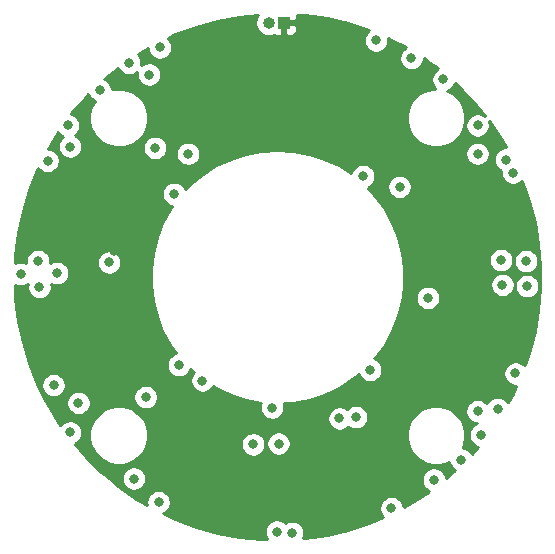
<source format=gbr>
%TF.GenerationSoftware,KiCad,Pcbnew,5.1.7-a382d34a8~87~ubuntu20.04.1*%
%TF.CreationDate,2021-02-25T10:09:00+00:00*%
%TF.ProjectId,UFOPulse,55464f50-756c-4736-952e-6b696361645f,rev?*%
%TF.SameCoordinates,Original*%
%TF.FileFunction,Copper,L3,Inr*%
%TF.FilePolarity,Positive*%
%FSLAX46Y46*%
G04 Gerber Fmt 4.6, Leading zero omitted, Abs format (unit mm)*
G04 Created by KiCad (PCBNEW 5.1.7-a382d34a8~87~ubuntu20.04.1) date 2021-02-25 10:09:00*
%MOMM*%
%LPD*%
G01*
G04 APERTURE LIST*
%TA.AperFunction,ComponentPad*%
%ADD10O,1.000000X1.000000*%
%TD*%
%TA.AperFunction,ComponentPad*%
%ADD11R,1.000000X1.000000*%
%TD*%
%TA.AperFunction,ViaPad*%
%ADD12C,0.800000*%
%TD*%
%TA.AperFunction,Conductor*%
%ADD13C,0.254000*%
%TD*%
%TA.AperFunction,Conductor*%
%ADD14C,0.100000*%
%TD*%
G04 APERTURE END LIST*
D10*
%TO.N,GND*%
%TO.C,J10*%
X139830000Y-83600000D03*
D11*
%TO.N,VCC*%
X141100000Y-83600000D03*
%TD*%
D12*
%TO.N,GND*%
X126300000Y-103900000D03*
X160500000Y-96300000D03*
X128000000Y-87000000D03*
X118800000Y-104900000D03*
X145800000Y-117100000D03*
X153300000Y-106900000D03*
X123000000Y-118300000D03*
X156100000Y-120600000D03*
X140100000Y-116200000D03*
X138500000Y-119300000D03*
X140650000Y-119250000D03*
X121600000Y-114300000D03*
X123700000Y-115800000D03*
X128400000Y-122200000D03*
X130500000Y-124200000D03*
X141800000Y-126800000D03*
X140500000Y-126700000D03*
X150200000Y-124700000D03*
X153800000Y-122300000D03*
X157800000Y-118500000D03*
X159200000Y-116300000D03*
X160700000Y-113300000D03*
X157500000Y-116500000D03*
X159500000Y-103700000D03*
X159600000Y-105800000D03*
X161600000Y-103800000D03*
X161700000Y-105900000D03*
X157500000Y-92300000D03*
X159900000Y-95200000D03*
X157500000Y-94700000D03*
X148900000Y-85100000D03*
X151900000Y-86600000D03*
X154600000Y-88400000D03*
X130600000Y-85700000D03*
X129700000Y-88000000D03*
X125500000Y-89300000D03*
X122800000Y-92300000D03*
X121100000Y-95300000D03*
X123000000Y-94100000D03*
X130200000Y-94200000D03*
X129400000Y-115300000D03*
X120300000Y-103800000D03*
X120400000Y-106000000D03*
X121900000Y-104800000D03*
%TO.N,TRIG1*%
X132200000Y-112600000D03*
%TO.N,TRIG3*%
X133000000Y-94700000D03*
%TO.N,TRIG5*%
X150900000Y-97500000D03*
%TO.N,TRIG7*%
X147200000Y-117000000D03*
%TO.N,TRIG0*%
X134200000Y-113900000D03*
%TO.N,TRIG2*%
X131800000Y-98100000D03*
%TO.N,TRIG4*%
X147800000Y-96600000D03*
%TO.N,TRIG6*%
X148400000Y-113000000D03*
%TO.N,VCC*%
X125400000Y-114400000D03*
X126700000Y-102900000D03*
X131300000Y-89600000D03*
X142000000Y-90700000D03*
X155700000Y-96400000D03*
X154800000Y-106900000D03*
X151200000Y-122600000D03*
X139001042Y-125801040D03*
%TD*%
D13*
%TO.N,VCC*%
X138824176Y-83062376D02*
X138738617Y-83268933D01*
X138695000Y-83488212D01*
X138695000Y-83711788D01*
X138738617Y-83931067D01*
X138824176Y-84137624D01*
X138948388Y-84323520D01*
X139106480Y-84481612D01*
X139292376Y-84605824D01*
X139498933Y-84691383D01*
X139718212Y-84735000D01*
X139941788Y-84735000D01*
X140161067Y-84691383D01*
X140272774Y-84645112D01*
X140355820Y-84689502D01*
X140475518Y-84725812D01*
X140600000Y-84738072D01*
X140814250Y-84735000D01*
X140973000Y-84576250D01*
X140973000Y-83727000D01*
X141227000Y-83727000D01*
X141227000Y-84576250D01*
X141385750Y-84735000D01*
X141600000Y-84738072D01*
X141724482Y-84725812D01*
X141844180Y-84689502D01*
X141954494Y-84630537D01*
X142051185Y-84551185D01*
X142130537Y-84454494D01*
X142189502Y-84344180D01*
X142225812Y-84224482D01*
X142238072Y-84100000D01*
X142235000Y-83885750D01*
X142076250Y-83727000D01*
X141227000Y-83727000D01*
X140973000Y-83727000D01*
X140961974Y-83727000D01*
X140965000Y-83711788D01*
X140965000Y-83488212D01*
X140961974Y-83473000D01*
X140973000Y-83473000D01*
X140973000Y-83453000D01*
X141227000Y-83453000D01*
X141227000Y-83473000D01*
X142076250Y-83473000D01*
X142235000Y-83314250D01*
X142238072Y-83100000D01*
X142225812Y-82975518D01*
X142211146Y-82927169D01*
X142871987Y-82968746D01*
X144716706Y-83241150D01*
X146532161Y-83666961D01*
X148305617Y-84243192D01*
X148314049Y-84246736D01*
X148240226Y-84296063D01*
X148096063Y-84440226D01*
X147982795Y-84609744D01*
X147904774Y-84798102D01*
X147865000Y-84998061D01*
X147865000Y-85201939D01*
X147904774Y-85401898D01*
X147982795Y-85590256D01*
X148096063Y-85759774D01*
X148240226Y-85903937D01*
X148409744Y-86017205D01*
X148598102Y-86095226D01*
X148798061Y-86135000D01*
X149001939Y-86135000D01*
X149201898Y-86095226D01*
X149390256Y-86017205D01*
X149559774Y-85903937D01*
X149703937Y-85759774D01*
X149817205Y-85590256D01*
X149895226Y-85401898D01*
X149935000Y-85201939D01*
X149935000Y-84998061D01*
X149919819Y-84921741D01*
X150024637Y-84965802D01*
X151403763Y-85686791D01*
X151240226Y-85796063D01*
X151096063Y-85940226D01*
X150982795Y-86109744D01*
X150904774Y-86298102D01*
X150865000Y-86498061D01*
X150865000Y-86701939D01*
X150904774Y-86901898D01*
X150982795Y-87090256D01*
X151096063Y-87259774D01*
X151240226Y-87403937D01*
X151409744Y-87517205D01*
X151598102Y-87595226D01*
X151798061Y-87635000D01*
X152001939Y-87635000D01*
X152201898Y-87595226D01*
X152390256Y-87517205D01*
X152559774Y-87403937D01*
X152703937Y-87259774D01*
X152817205Y-87090256D01*
X152895226Y-86901898D01*
X152935000Y-86701939D01*
X152935000Y-86627970D01*
X153251598Y-86828889D01*
X154111907Y-87481899D01*
X154109744Y-87482795D01*
X153940226Y-87596063D01*
X153796063Y-87740226D01*
X153682795Y-87909744D01*
X153604774Y-88098102D01*
X153565000Y-88298061D01*
X153565000Y-88501939D01*
X153604774Y-88701898D01*
X153682795Y-88890256D01*
X153796063Y-89059774D01*
X153920097Y-89183808D01*
X153734157Y-89183808D01*
X153252527Y-89279610D01*
X152798841Y-89467533D01*
X152390535Y-89740355D01*
X152043299Y-90087591D01*
X151770477Y-90495897D01*
X151582554Y-90949583D01*
X151486752Y-91431213D01*
X151486752Y-91922279D01*
X151582554Y-92403909D01*
X151770477Y-92857595D01*
X152043299Y-93265901D01*
X152390535Y-93613137D01*
X152798841Y-93885959D01*
X153252527Y-94073882D01*
X153734157Y-94169684D01*
X154225223Y-94169684D01*
X154706853Y-94073882D01*
X155160539Y-93885959D01*
X155568845Y-93613137D01*
X155916081Y-93265901D01*
X156188903Y-92857595D01*
X156376826Y-92403909D01*
X156472628Y-91922279D01*
X156472628Y-91431213D01*
X156376826Y-90949583D01*
X156188903Y-90495897D01*
X155916081Y-90087591D01*
X155568845Y-89740355D01*
X155160539Y-89467533D01*
X154943936Y-89377813D01*
X155090256Y-89317205D01*
X155259774Y-89203937D01*
X155403937Y-89059774D01*
X155517205Y-88890256D01*
X155587009Y-88721735D01*
X156122665Y-89204042D01*
X157399155Y-90563366D01*
X158114341Y-91465706D01*
X157990256Y-91382795D01*
X157801898Y-91304774D01*
X157601939Y-91265000D01*
X157398061Y-91265000D01*
X157198102Y-91304774D01*
X157009744Y-91382795D01*
X156840226Y-91496063D01*
X156696063Y-91640226D01*
X156582795Y-91809744D01*
X156504774Y-91998102D01*
X156465000Y-92198061D01*
X156465000Y-92401939D01*
X156504774Y-92601898D01*
X156582795Y-92790256D01*
X156696063Y-92959774D01*
X156840226Y-93103937D01*
X157009744Y-93217205D01*
X157198102Y-93295226D01*
X157398061Y-93335000D01*
X157601939Y-93335000D01*
X157801898Y-93295226D01*
X157990256Y-93217205D01*
X158159774Y-93103937D01*
X158303937Y-92959774D01*
X158417205Y-92790256D01*
X158495226Y-92601898D01*
X158535000Y-92401939D01*
X158535000Y-92198061D01*
X158495226Y-91998102D01*
X158450247Y-91889513D01*
X158557424Y-92024737D01*
X159589345Y-93577904D01*
X159912104Y-94165000D01*
X159798061Y-94165000D01*
X159598102Y-94204774D01*
X159409744Y-94282795D01*
X159240226Y-94396063D01*
X159096063Y-94540226D01*
X158982795Y-94709744D01*
X158904774Y-94898102D01*
X158865000Y-95098061D01*
X158865000Y-95301939D01*
X158904774Y-95501898D01*
X158982795Y-95690256D01*
X159096063Y-95859774D01*
X159240226Y-96003937D01*
X159409744Y-96117205D01*
X159475653Y-96144506D01*
X159465000Y-96198061D01*
X159465000Y-96401939D01*
X159504774Y-96601898D01*
X159582795Y-96790256D01*
X159696063Y-96959774D01*
X159840226Y-97103937D01*
X160009744Y-97217205D01*
X160198102Y-97295226D01*
X160398061Y-97335000D01*
X160601939Y-97335000D01*
X160801898Y-97295226D01*
X160990256Y-97217205D01*
X161159774Y-97103937D01*
X161272504Y-96991207D01*
X161859379Y-98676482D01*
X162323116Y-100482621D01*
X162634094Y-102321231D01*
X162790130Y-104179414D01*
X162790130Y-106044136D01*
X162634094Y-107902319D01*
X162323116Y-109740929D01*
X161859379Y-111547068D01*
X161485219Y-112621508D01*
X161359774Y-112496063D01*
X161190256Y-112382795D01*
X161001898Y-112304774D01*
X160801939Y-112265000D01*
X160598061Y-112265000D01*
X160398102Y-112304774D01*
X160209744Y-112382795D01*
X160040226Y-112496063D01*
X159896063Y-112640226D01*
X159782795Y-112809744D01*
X159704774Y-112998102D01*
X159665000Y-113198061D01*
X159665000Y-113401939D01*
X159704774Y-113601898D01*
X159782795Y-113790256D01*
X159896063Y-113959774D01*
X160040226Y-114103937D01*
X160209744Y-114217205D01*
X160398102Y-114295226D01*
X160598061Y-114335000D01*
X160788914Y-114335000D01*
X160487682Y-115011577D01*
X160079724Y-115753650D01*
X160003937Y-115640226D01*
X159859774Y-115496063D01*
X159690256Y-115382795D01*
X159501898Y-115304774D01*
X159301939Y-115265000D01*
X159098061Y-115265000D01*
X158898102Y-115304774D01*
X158709744Y-115382795D01*
X158540226Y-115496063D01*
X158396063Y-115640226D01*
X158282795Y-115809744D01*
X158280059Y-115816348D01*
X158159774Y-115696063D01*
X157990256Y-115582795D01*
X157801898Y-115504774D01*
X157601939Y-115465000D01*
X157398061Y-115465000D01*
X157198102Y-115504774D01*
X157009744Y-115582795D01*
X156840226Y-115696063D01*
X156696063Y-115840226D01*
X156582795Y-116009744D01*
X156504774Y-116198102D01*
X156465000Y-116398061D01*
X156465000Y-116601939D01*
X156504774Y-116801898D01*
X156582795Y-116990256D01*
X156696063Y-117159774D01*
X156840226Y-117303937D01*
X157009744Y-117417205D01*
X157198102Y-117495226D01*
X157398061Y-117535000D01*
X157425131Y-117535000D01*
X157309744Y-117582795D01*
X157140226Y-117696063D01*
X156996063Y-117840226D01*
X156882795Y-118009744D01*
X156804774Y-118198102D01*
X156765000Y-118398061D01*
X156765000Y-118601939D01*
X156804774Y-118801898D01*
X156882795Y-118990256D01*
X156996063Y-119159774D01*
X157140226Y-119303937D01*
X157309744Y-119417205D01*
X157498102Y-119495226D01*
X157525569Y-119500689D01*
X157399155Y-119660184D01*
X157000486Y-120084723D01*
X156903937Y-119940226D01*
X156759774Y-119796063D01*
X156590256Y-119682795D01*
X156401898Y-119604774D01*
X156252139Y-119574985D01*
X156376825Y-119273967D01*
X156472627Y-118792337D01*
X156472627Y-118301271D01*
X156376825Y-117819641D01*
X156188902Y-117365956D01*
X155916080Y-116957649D01*
X155568845Y-116610414D01*
X155160538Y-116337592D01*
X154706853Y-116149669D01*
X154225223Y-116053867D01*
X153734157Y-116053867D01*
X153252527Y-116149669D01*
X152798842Y-116337592D01*
X152390535Y-116610414D01*
X152043300Y-116957649D01*
X151770478Y-117365956D01*
X151582555Y-117819641D01*
X151486753Y-118301271D01*
X151486753Y-118792337D01*
X151582555Y-119273967D01*
X151770478Y-119727652D01*
X152043300Y-120135959D01*
X152390535Y-120483194D01*
X152798842Y-120756016D01*
X153252527Y-120943939D01*
X153734157Y-121039741D01*
X154225223Y-121039741D01*
X154706853Y-120943939D01*
X155082210Y-120788461D01*
X155104774Y-120901898D01*
X155182795Y-121090256D01*
X155296063Y-121259774D01*
X155440226Y-121403937D01*
X155586882Y-121501929D01*
X154831772Y-122181833D01*
X154795226Y-121998102D01*
X154717205Y-121809744D01*
X154603937Y-121640226D01*
X154459774Y-121496063D01*
X154290256Y-121382795D01*
X154101898Y-121304774D01*
X153901939Y-121265000D01*
X153698061Y-121265000D01*
X153498102Y-121304774D01*
X153309744Y-121382795D01*
X153140226Y-121496063D01*
X152996063Y-121640226D01*
X152882795Y-121809744D01*
X152804774Y-121998102D01*
X152765000Y-122198061D01*
X152765000Y-122401939D01*
X152804774Y-122601898D01*
X152882795Y-122790256D01*
X152996063Y-122959774D01*
X153140226Y-123103937D01*
X153309744Y-123217205D01*
X153423377Y-123264274D01*
X153251598Y-123394661D01*
X151677161Y-124393830D01*
X151235000Y-124624986D01*
X151235000Y-124598061D01*
X151195226Y-124398102D01*
X151117205Y-124209744D01*
X151003937Y-124040226D01*
X150859774Y-123896063D01*
X150690256Y-123782795D01*
X150501898Y-123704774D01*
X150301939Y-123665000D01*
X150098061Y-123665000D01*
X149898102Y-123704774D01*
X149709744Y-123782795D01*
X149540226Y-123896063D01*
X149396063Y-124040226D01*
X149282795Y-124209744D01*
X149204774Y-124398102D01*
X149165000Y-124598061D01*
X149165000Y-124801939D01*
X149204774Y-125001898D01*
X149282795Y-125190256D01*
X149396063Y-125359774D01*
X149510261Y-125473972D01*
X148305617Y-125980358D01*
X146532161Y-126556589D01*
X144716706Y-126982400D01*
X142871987Y-127254804D01*
X142728141Y-127263854D01*
X142795226Y-127101898D01*
X142835000Y-126901939D01*
X142835000Y-126698061D01*
X142795226Y-126498102D01*
X142717205Y-126309744D01*
X142603937Y-126140226D01*
X142459774Y-125996063D01*
X142290256Y-125882795D01*
X142101898Y-125804774D01*
X141901939Y-125765000D01*
X141698061Y-125765000D01*
X141498102Y-125804774D01*
X141309744Y-125882795D01*
X141211890Y-125948179D01*
X141159774Y-125896063D01*
X140990256Y-125782795D01*
X140801898Y-125704774D01*
X140601939Y-125665000D01*
X140398061Y-125665000D01*
X140198102Y-125704774D01*
X140009744Y-125782795D01*
X139840226Y-125896063D01*
X139696063Y-126040226D01*
X139582795Y-126209744D01*
X139504774Y-126398102D01*
X139465000Y-126598061D01*
X139465000Y-126801939D01*
X139504774Y-127001898D01*
X139582795Y-127190256D01*
X139685609Y-127344129D01*
X139146630Y-127332839D01*
X137292123Y-127137923D01*
X135460429Y-126788508D01*
X133664398Y-126287047D01*
X131916627Y-125637057D01*
X130895390Y-125156500D01*
X130990256Y-125117205D01*
X131159774Y-125003937D01*
X131303937Y-124859774D01*
X131417205Y-124690256D01*
X131495226Y-124501898D01*
X131535000Y-124301939D01*
X131535000Y-124098061D01*
X131495226Y-123898102D01*
X131417205Y-123709744D01*
X131303937Y-123540226D01*
X131159774Y-123396063D01*
X130990256Y-123282795D01*
X130801898Y-123204774D01*
X130601939Y-123165000D01*
X130398061Y-123165000D01*
X130198102Y-123204774D01*
X130009744Y-123282795D01*
X129840226Y-123396063D01*
X129696063Y-123540226D01*
X129582795Y-123709744D01*
X129504774Y-123898102D01*
X129465000Y-124098061D01*
X129465000Y-124301939D01*
X129487437Y-124414739D01*
X128614478Y-123910735D01*
X127083262Y-122846513D01*
X126178540Y-122098061D01*
X127365000Y-122098061D01*
X127365000Y-122301939D01*
X127404774Y-122501898D01*
X127482795Y-122690256D01*
X127596063Y-122859774D01*
X127740226Y-123003937D01*
X127909744Y-123117205D01*
X128098102Y-123195226D01*
X128298061Y-123235000D01*
X128501939Y-123235000D01*
X128701898Y-123195226D01*
X128890256Y-123117205D01*
X129059774Y-123003937D01*
X129203937Y-122859774D01*
X129317205Y-122690256D01*
X129395226Y-122501898D01*
X129435000Y-122301939D01*
X129435000Y-122098061D01*
X129395226Y-121898102D01*
X129317205Y-121709744D01*
X129203937Y-121540226D01*
X129059774Y-121396063D01*
X128890256Y-121282795D01*
X128701898Y-121204774D01*
X128501939Y-121165000D01*
X128298061Y-121165000D01*
X128098102Y-121204774D01*
X127909744Y-121282795D01*
X127740226Y-121396063D01*
X127596063Y-121540226D01*
X127482795Y-121709744D01*
X127404774Y-121898102D01*
X127365000Y-122098061D01*
X126178540Y-122098061D01*
X125646469Y-121657894D01*
X124314175Y-120353216D01*
X123374857Y-119265005D01*
X123490256Y-119217205D01*
X123659774Y-119103937D01*
X123803937Y-118959774D01*
X123917205Y-118790256D01*
X123995226Y-118601898D01*
X124035000Y-118401939D01*
X124035000Y-118301271D01*
X124616692Y-118301271D01*
X124616692Y-118792337D01*
X124712495Y-119273968D01*
X124900417Y-119727654D01*
X125173239Y-120135960D01*
X125520476Y-120483197D01*
X125928782Y-120756019D01*
X126382468Y-120943941D01*
X126864099Y-121039744D01*
X127355165Y-121039744D01*
X127836796Y-120943941D01*
X128290482Y-120756019D01*
X128698788Y-120483197D01*
X129046025Y-120135960D01*
X129318847Y-119727654D01*
X129506769Y-119273968D01*
X129521867Y-119198061D01*
X137465000Y-119198061D01*
X137465000Y-119401939D01*
X137504774Y-119601898D01*
X137582795Y-119790256D01*
X137696063Y-119959774D01*
X137840226Y-120103937D01*
X138009744Y-120217205D01*
X138198102Y-120295226D01*
X138398061Y-120335000D01*
X138601939Y-120335000D01*
X138801898Y-120295226D01*
X138990256Y-120217205D01*
X139159774Y-120103937D01*
X139303937Y-119959774D01*
X139417205Y-119790256D01*
X139495226Y-119601898D01*
X139535000Y-119401939D01*
X139535000Y-119198061D01*
X139525055Y-119148061D01*
X139615000Y-119148061D01*
X139615000Y-119351939D01*
X139654774Y-119551898D01*
X139732795Y-119740256D01*
X139846063Y-119909774D01*
X139990226Y-120053937D01*
X140159744Y-120167205D01*
X140348102Y-120245226D01*
X140548061Y-120285000D01*
X140751939Y-120285000D01*
X140951898Y-120245226D01*
X141140256Y-120167205D01*
X141309774Y-120053937D01*
X141453937Y-119909774D01*
X141567205Y-119740256D01*
X141645226Y-119551898D01*
X141685000Y-119351939D01*
X141685000Y-119148061D01*
X141645226Y-118948102D01*
X141567205Y-118759744D01*
X141453937Y-118590226D01*
X141309774Y-118446063D01*
X141140256Y-118332795D01*
X140951898Y-118254774D01*
X140751939Y-118215000D01*
X140548061Y-118215000D01*
X140348102Y-118254774D01*
X140159744Y-118332795D01*
X139990226Y-118446063D01*
X139846063Y-118590226D01*
X139732795Y-118759744D01*
X139654774Y-118948102D01*
X139615000Y-119148061D01*
X139525055Y-119148061D01*
X139495226Y-118998102D01*
X139417205Y-118809744D01*
X139303937Y-118640226D01*
X139159774Y-118496063D01*
X138990256Y-118382795D01*
X138801898Y-118304774D01*
X138601939Y-118265000D01*
X138398061Y-118265000D01*
X138198102Y-118304774D01*
X138009744Y-118382795D01*
X137840226Y-118496063D01*
X137696063Y-118640226D01*
X137582795Y-118809744D01*
X137504774Y-118998102D01*
X137465000Y-119198061D01*
X129521867Y-119198061D01*
X129602572Y-118792337D01*
X129602572Y-118301271D01*
X129506769Y-117819640D01*
X129318847Y-117365954D01*
X129046025Y-116957648D01*
X128698788Y-116610411D01*
X128290482Y-116337589D01*
X127836796Y-116149667D01*
X127355165Y-116053864D01*
X126864099Y-116053864D01*
X126382468Y-116149667D01*
X125928782Y-116337589D01*
X125520476Y-116610411D01*
X125173239Y-116957648D01*
X124900417Y-117365954D01*
X124712495Y-117819640D01*
X124616692Y-118301271D01*
X124035000Y-118301271D01*
X124035000Y-118198061D01*
X123995226Y-117998102D01*
X123917205Y-117809744D01*
X123803937Y-117640226D01*
X123659774Y-117496063D01*
X123490256Y-117382795D01*
X123301898Y-117304774D01*
X123101939Y-117265000D01*
X122898061Y-117265000D01*
X122698102Y-117304774D01*
X122509744Y-117382795D01*
X122340226Y-117496063D01*
X122196063Y-117640226D01*
X122174092Y-117673108D01*
X121999670Y-117433037D01*
X121033694Y-115838020D01*
X120964218Y-115698061D01*
X122665000Y-115698061D01*
X122665000Y-115901939D01*
X122704774Y-116101898D01*
X122782795Y-116290256D01*
X122896063Y-116459774D01*
X123040226Y-116603937D01*
X123209744Y-116717205D01*
X123398102Y-116795226D01*
X123598061Y-116835000D01*
X123801939Y-116835000D01*
X124001898Y-116795226D01*
X124190256Y-116717205D01*
X124359774Y-116603937D01*
X124503937Y-116459774D01*
X124617205Y-116290256D01*
X124695226Y-116101898D01*
X124735000Y-115901939D01*
X124735000Y-115698061D01*
X124695226Y-115498102D01*
X124617205Y-115309744D01*
X124542582Y-115198061D01*
X128365000Y-115198061D01*
X128365000Y-115401939D01*
X128404774Y-115601898D01*
X128482795Y-115790256D01*
X128596063Y-115959774D01*
X128740226Y-116103937D01*
X128909744Y-116217205D01*
X129098102Y-116295226D01*
X129298061Y-116335000D01*
X129501939Y-116335000D01*
X129701898Y-116295226D01*
X129890256Y-116217205D01*
X130059774Y-116103937D01*
X130203937Y-115959774D01*
X130317205Y-115790256D01*
X130395226Y-115601898D01*
X130435000Y-115401939D01*
X130435000Y-115198061D01*
X130395226Y-114998102D01*
X130317205Y-114809744D01*
X130203937Y-114640226D01*
X130059774Y-114496063D01*
X129890256Y-114382795D01*
X129701898Y-114304774D01*
X129501939Y-114265000D01*
X129298061Y-114265000D01*
X129098102Y-114304774D01*
X128909744Y-114382795D01*
X128740226Y-114496063D01*
X128596063Y-114640226D01*
X128482795Y-114809744D01*
X128404774Y-114998102D01*
X128365000Y-115198061D01*
X124542582Y-115198061D01*
X124503937Y-115140226D01*
X124359774Y-114996063D01*
X124190256Y-114882795D01*
X124001898Y-114804774D01*
X123801939Y-114765000D01*
X123598061Y-114765000D01*
X123398102Y-114804774D01*
X123209744Y-114882795D01*
X123040226Y-114996063D01*
X122896063Y-115140226D01*
X122782795Y-115309744D01*
X122704774Y-115498102D01*
X122665000Y-115698061D01*
X120964218Y-115698061D01*
X120219611Y-114198061D01*
X120565000Y-114198061D01*
X120565000Y-114401939D01*
X120604774Y-114601898D01*
X120682795Y-114790256D01*
X120796063Y-114959774D01*
X120940226Y-115103937D01*
X121109744Y-115217205D01*
X121298102Y-115295226D01*
X121498061Y-115335000D01*
X121701939Y-115335000D01*
X121901898Y-115295226D01*
X122090256Y-115217205D01*
X122259774Y-115103937D01*
X122403937Y-114959774D01*
X122517205Y-114790256D01*
X122595226Y-114601898D01*
X122635000Y-114401939D01*
X122635000Y-114198061D01*
X122595226Y-113998102D01*
X122517205Y-113809744D01*
X122403937Y-113640226D01*
X122259774Y-113496063D01*
X122090256Y-113382795D01*
X121901898Y-113304774D01*
X121701939Y-113265000D01*
X121498061Y-113265000D01*
X121298102Y-113304774D01*
X121109744Y-113382795D01*
X120940226Y-113496063D01*
X120796063Y-113640226D01*
X120682795Y-113809744D01*
X120604774Y-113998102D01*
X120565000Y-114198061D01*
X120219611Y-114198061D01*
X120204572Y-114167766D01*
X119518122Y-112433991D01*
X118979158Y-110648855D01*
X118591460Y-108824881D01*
X118357748Y-106974862D01*
X118309213Y-105816850D01*
X118309744Y-105817205D01*
X118498102Y-105895226D01*
X118698061Y-105935000D01*
X118901939Y-105935000D01*
X119101898Y-105895226D01*
X119290256Y-105817205D01*
X119395005Y-105747214D01*
X119365000Y-105898061D01*
X119365000Y-106101939D01*
X119404774Y-106301898D01*
X119482795Y-106490256D01*
X119596063Y-106659774D01*
X119740226Y-106803937D01*
X119909744Y-106917205D01*
X120098102Y-106995226D01*
X120298061Y-107035000D01*
X120501939Y-107035000D01*
X120701898Y-106995226D01*
X120890256Y-106917205D01*
X121059774Y-106803937D01*
X121203937Y-106659774D01*
X121317205Y-106490256D01*
X121395226Y-106301898D01*
X121435000Y-106101939D01*
X121435000Y-105898061D01*
X121397383Y-105708946D01*
X121409744Y-105717205D01*
X121598102Y-105795226D01*
X121798061Y-105835000D01*
X122001939Y-105835000D01*
X122201898Y-105795226D01*
X122390256Y-105717205D01*
X122559774Y-105603937D01*
X122703937Y-105459774D01*
X122817205Y-105290256D01*
X122895226Y-105101898D01*
X122935000Y-104901939D01*
X122935000Y-104698061D01*
X122895226Y-104498102D01*
X122817205Y-104309744D01*
X122703937Y-104140226D01*
X122559774Y-103996063D01*
X122390256Y-103882795D01*
X122201898Y-103804774D01*
X122168150Y-103798061D01*
X125265000Y-103798061D01*
X125265000Y-104001939D01*
X125304774Y-104201898D01*
X125382795Y-104390256D01*
X125496063Y-104559774D01*
X125640226Y-104703937D01*
X125809744Y-104817205D01*
X125998102Y-104895226D01*
X126198061Y-104935000D01*
X126401939Y-104935000D01*
X126601898Y-104895226D01*
X126790256Y-104817205D01*
X126959774Y-104703937D01*
X127103937Y-104559774D01*
X127186330Y-104436463D01*
X129810885Y-104436463D01*
X129810885Y-105787087D01*
X129980163Y-107127061D01*
X130316049Y-108435252D01*
X130813247Y-109691031D01*
X131463915Y-110874592D01*
X131982261Y-111588034D01*
X131898102Y-111604774D01*
X131709744Y-111682795D01*
X131540226Y-111796063D01*
X131396063Y-111940226D01*
X131282795Y-112109744D01*
X131204774Y-112298102D01*
X131165000Y-112498061D01*
X131165000Y-112701939D01*
X131204774Y-112901898D01*
X131282795Y-113090256D01*
X131396063Y-113259774D01*
X131540226Y-113403937D01*
X131709744Y-113517205D01*
X131898102Y-113595226D01*
X132098061Y-113635000D01*
X132301939Y-113635000D01*
X132501898Y-113595226D01*
X132690256Y-113517205D01*
X132859774Y-113403937D01*
X133003937Y-113259774D01*
X133117205Y-113090256D01*
X133176935Y-112946057D01*
X133182358Y-112951832D01*
X133457139Y-113179150D01*
X133396063Y-113240226D01*
X133282795Y-113409744D01*
X133204774Y-113598102D01*
X133165000Y-113798061D01*
X133165000Y-114001939D01*
X133204774Y-114201898D01*
X133282795Y-114390256D01*
X133396063Y-114559774D01*
X133540226Y-114703937D01*
X133709744Y-114817205D01*
X133898102Y-114895226D01*
X134098061Y-114935000D01*
X134301939Y-114935000D01*
X134501898Y-114895226D01*
X134690256Y-114817205D01*
X134859774Y-114703937D01*
X135003937Y-114559774D01*
X135117205Y-114390256D01*
X135120500Y-114382302D01*
X135363401Y-114536452D01*
X136585482Y-115111520D01*
X137870002Y-115528886D01*
X139156088Y-115774220D01*
X139104774Y-115898102D01*
X139065000Y-116098061D01*
X139065000Y-116301939D01*
X139104774Y-116501898D01*
X139182795Y-116690256D01*
X139296063Y-116859774D01*
X139440226Y-117003937D01*
X139609744Y-117117205D01*
X139798102Y-117195226D01*
X139998061Y-117235000D01*
X140201939Y-117235000D01*
X140401898Y-117195226D01*
X140590256Y-117117205D01*
X140759774Y-117003937D01*
X140765650Y-116998061D01*
X144765000Y-116998061D01*
X144765000Y-117201939D01*
X144804774Y-117401898D01*
X144882795Y-117590256D01*
X144996063Y-117759774D01*
X145140226Y-117903937D01*
X145309744Y-118017205D01*
X145498102Y-118095226D01*
X145698061Y-118135000D01*
X145901939Y-118135000D01*
X146101898Y-118095226D01*
X146290256Y-118017205D01*
X146459774Y-117903937D01*
X146551944Y-117811767D01*
X146709744Y-117917205D01*
X146898102Y-117995226D01*
X147098061Y-118035000D01*
X147301939Y-118035000D01*
X147501898Y-117995226D01*
X147690256Y-117917205D01*
X147859774Y-117803937D01*
X148003937Y-117659774D01*
X148117205Y-117490256D01*
X148195226Y-117301898D01*
X148235000Y-117101939D01*
X148235000Y-116898061D01*
X148195226Y-116698102D01*
X148117205Y-116509744D01*
X148003937Y-116340226D01*
X147859774Y-116196063D01*
X147690256Y-116082795D01*
X147501898Y-116004774D01*
X147301939Y-115965000D01*
X147098061Y-115965000D01*
X146898102Y-116004774D01*
X146709744Y-116082795D01*
X146540226Y-116196063D01*
X146448056Y-116288233D01*
X146290256Y-116182795D01*
X146101898Y-116104774D01*
X145901939Y-116065000D01*
X145698061Y-116065000D01*
X145498102Y-116104774D01*
X145309744Y-116182795D01*
X145140226Y-116296063D01*
X144996063Y-116440226D01*
X144882795Y-116609744D01*
X144804774Y-116798102D01*
X144765000Y-116998061D01*
X140765650Y-116998061D01*
X140903937Y-116859774D01*
X141017205Y-116690256D01*
X141095226Y-116501898D01*
X141135000Y-116301939D01*
X141135000Y-116098061D01*
X141095226Y-115898102D01*
X141068596Y-115833811D01*
X141892620Y-115781968D01*
X143219320Y-115528886D01*
X144503840Y-115111520D01*
X145725921Y-114536452D01*
X146866291Y-113812752D01*
X147424944Y-113350593D01*
X147482795Y-113490256D01*
X147596063Y-113659774D01*
X147740226Y-113803937D01*
X147909744Y-113917205D01*
X148098102Y-113995226D01*
X148298061Y-114035000D01*
X148501939Y-114035000D01*
X148701898Y-113995226D01*
X148890256Y-113917205D01*
X149059774Y-113803937D01*
X149203937Y-113659774D01*
X149317205Y-113490256D01*
X149395226Y-113301898D01*
X149435000Y-113101939D01*
X149435000Y-112898061D01*
X149395226Y-112698102D01*
X149317205Y-112509744D01*
X149203937Y-112340226D01*
X149059774Y-112196063D01*
X148890256Y-112082795D01*
X148769871Y-112032929D01*
X148831530Y-111967269D01*
X149625407Y-110874592D01*
X150276075Y-109691031D01*
X150773273Y-108435252D01*
X151109159Y-107127061D01*
X151150721Y-106798061D01*
X152265000Y-106798061D01*
X152265000Y-107001939D01*
X152304774Y-107201898D01*
X152382795Y-107390256D01*
X152496063Y-107559774D01*
X152640226Y-107703937D01*
X152809744Y-107817205D01*
X152998102Y-107895226D01*
X153198061Y-107935000D01*
X153401939Y-107935000D01*
X153601898Y-107895226D01*
X153790256Y-107817205D01*
X153959774Y-107703937D01*
X154103937Y-107559774D01*
X154217205Y-107390256D01*
X154295226Y-107201898D01*
X154335000Y-107001939D01*
X154335000Y-106798061D01*
X154295226Y-106598102D01*
X154217205Y-106409744D01*
X154103937Y-106240226D01*
X153959774Y-106096063D01*
X153790256Y-105982795D01*
X153601898Y-105904774D01*
X153401939Y-105865000D01*
X153198061Y-105865000D01*
X152998102Y-105904774D01*
X152809744Y-105982795D01*
X152640226Y-106096063D01*
X152496063Y-106240226D01*
X152382795Y-106409744D01*
X152304774Y-106598102D01*
X152265000Y-106798061D01*
X151150721Y-106798061D01*
X151278437Y-105787087D01*
X151278437Y-105698061D01*
X158565000Y-105698061D01*
X158565000Y-105901939D01*
X158604774Y-106101898D01*
X158682795Y-106290256D01*
X158796063Y-106459774D01*
X158940226Y-106603937D01*
X159109744Y-106717205D01*
X159298102Y-106795226D01*
X159498061Y-106835000D01*
X159701939Y-106835000D01*
X159901898Y-106795226D01*
X160090256Y-106717205D01*
X160259774Y-106603937D01*
X160403937Y-106459774D01*
X160517205Y-106290256D01*
X160595226Y-106101898D01*
X160635000Y-105901939D01*
X160635000Y-105798061D01*
X160665000Y-105798061D01*
X160665000Y-106001939D01*
X160704774Y-106201898D01*
X160782795Y-106390256D01*
X160896063Y-106559774D01*
X161040226Y-106703937D01*
X161209744Y-106817205D01*
X161398102Y-106895226D01*
X161598061Y-106935000D01*
X161801939Y-106935000D01*
X162001898Y-106895226D01*
X162190256Y-106817205D01*
X162359774Y-106703937D01*
X162503937Y-106559774D01*
X162617205Y-106390256D01*
X162695226Y-106201898D01*
X162735000Y-106001939D01*
X162735000Y-105798061D01*
X162695226Y-105598102D01*
X162617205Y-105409744D01*
X162503937Y-105240226D01*
X162359774Y-105096063D01*
X162190256Y-104982795D01*
X162001898Y-104904774D01*
X161801939Y-104865000D01*
X161598061Y-104865000D01*
X161398102Y-104904774D01*
X161209744Y-104982795D01*
X161040226Y-105096063D01*
X160896063Y-105240226D01*
X160782795Y-105409744D01*
X160704774Y-105598102D01*
X160665000Y-105798061D01*
X160635000Y-105798061D01*
X160635000Y-105698061D01*
X160595226Y-105498102D01*
X160517205Y-105309744D01*
X160403937Y-105140226D01*
X160259774Y-104996063D01*
X160090256Y-104882795D01*
X159901898Y-104804774D01*
X159701939Y-104765000D01*
X159498061Y-104765000D01*
X159298102Y-104804774D01*
X159109744Y-104882795D01*
X158940226Y-104996063D01*
X158796063Y-105140226D01*
X158682795Y-105309744D01*
X158604774Y-105498102D01*
X158565000Y-105698061D01*
X151278437Y-105698061D01*
X151278437Y-104436463D01*
X151172523Y-103598061D01*
X158465000Y-103598061D01*
X158465000Y-103801939D01*
X158504774Y-104001898D01*
X158582795Y-104190256D01*
X158696063Y-104359774D01*
X158840226Y-104503937D01*
X159009744Y-104617205D01*
X159198102Y-104695226D01*
X159398061Y-104735000D01*
X159601939Y-104735000D01*
X159801898Y-104695226D01*
X159990256Y-104617205D01*
X160159774Y-104503937D01*
X160303937Y-104359774D01*
X160417205Y-104190256D01*
X160495226Y-104001898D01*
X160535000Y-103801939D01*
X160535000Y-103698061D01*
X160565000Y-103698061D01*
X160565000Y-103901939D01*
X160604774Y-104101898D01*
X160682795Y-104290256D01*
X160796063Y-104459774D01*
X160940226Y-104603937D01*
X161109744Y-104717205D01*
X161298102Y-104795226D01*
X161498061Y-104835000D01*
X161701939Y-104835000D01*
X161901898Y-104795226D01*
X162090256Y-104717205D01*
X162259774Y-104603937D01*
X162403937Y-104459774D01*
X162517205Y-104290256D01*
X162595226Y-104101898D01*
X162635000Y-103901939D01*
X162635000Y-103698061D01*
X162595226Y-103498102D01*
X162517205Y-103309744D01*
X162403937Y-103140226D01*
X162259774Y-102996063D01*
X162090256Y-102882795D01*
X161901898Y-102804774D01*
X161701939Y-102765000D01*
X161498061Y-102765000D01*
X161298102Y-102804774D01*
X161109744Y-102882795D01*
X160940226Y-102996063D01*
X160796063Y-103140226D01*
X160682795Y-103309744D01*
X160604774Y-103498102D01*
X160565000Y-103698061D01*
X160535000Y-103698061D01*
X160535000Y-103598061D01*
X160495226Y-103398102D01*
X160417205Y-103209744D01*
X160303937Y-103040226D01*
X160159774Y-102896063D01*
X159990256Y-102782795D01*
X159801898Y-102704774D01*
X159601939Y-102665000D01*
X159398061Y-102665000D01*
X159198102Y-102704774D01*
X159009744Y-102782795D01*
X158840226Y-102896063D01*
X158696063Y-103040226D01*
X158582795Y-103209744D01*
X158504774Y-103398102D01*
X158465000Y-103598061D01*
X151172523Y-103598061D01*
X151109159Y-103096489D01*
X150773273Y-101788298D01*
X150276075Y-100532519D01*
X149625407Y-99348958D01*
X148831530Y-98256281D01*
X148180272Y-97562762D01*
X148290256Y-97517205D01*
X148459774Y-97403937D01*
X148465650Y-97398061D01*
X149865000Y-97398061D01*
X149865000Y-97601939D01*
X149904774Y-97801898D01*
X149982795Y-97990256D01*
X150096063Y-98159774D01*
X150240226Y-98303937D01*
X150409744Y-98417205D01*
X150598102Y-98495226D01*
X150798061Y-98535000D01*
X151001939Y-98535000D01*
X151201898Y-98495226D01*
X151390256Y-98417205D01*
X151559774Y-98303937D01*
X151703937Y-98159774D01*
X151817205Y-97990256D01*
X151895226Y-97801898D01*
X151935000Y-97601939D01*
X151935000Y-97398061D01*
X151895226Y-97198102D01*
X151817205Y-97009744D01*
X151703937Y-96840226D01*
X151559774Y-96696063D01*
X151390256Y-96582795D01*
X151201898Y-96504774D01*
X151001939Y-96465000D01*
X150798061Y-96465000D01*
X150598102Y-96504774D01*
X150409744Y-96582795D01*
X150240226Y-96696063D01*
X150096063Y-96840226D01*
X149982795Y-97009744D01*
X149904774Y-97198102D01*
X149865000Y-97398061D01*
X148465650Y-97398061D01*
X148603937Y-97259774D01*
X148717205Y-97090256D01*
X148795226Y-96901898D01*
X148835000Y-96701939D01*
X148835000Y-96498061D01*
X148795226Y-96298102D01*
X148717205Y-96109744D01*
X148603937Y-95940226D01*
X148459774Y-95796063D01*
X148290256Y-95682795D01*
X148101898Y-95604774D01*
X147901939Y-95565000D01*
X147698061Y-95565000D01*
X147498102Y-95604774D01*
X147309744Y-95682795D01*
X147140226Y-95796063D01*
X146996063Y-95940226D01*
X146882795Y-96109744D01*
X146804774Y-96298102D01*
X146791765Y-96363503D01*
X145725921Y-95687098D01*
X144503840Y-95112030D01*
X143219320Y-94694664D01*
X142712911Y-94598061D01*
X156465000Y-94598061D01*
X156465000Y-94801939D01*
X156504774Y-95001898D01*
X156582795Y-95190256D01*
X156696063Y-95359774D01*
X156840226Y-95503937D01*
X157009744Y-95617205D01*
X157198102Y-95695226D01*
X157398061Y-95735000D01*
X157601939Y-95735000D01*
X157801898Y-95695226D01*
X157990256Y-95617205D01*
X158159774Y-95503937D01*
X158303937Y-95359774D01*
X158417205Y-95190256D01*
X158495226Y-95001898D01*
X158535000Y-94801939D01*
X158535000Y-94598061D01*
X158495226Y-94398102D01*
X158417205Y-94209744D01*
X158303937Y-94040226D01*
X158159774Y-93896063D01*
X157990256Y-93782795D01*
X157801898Y-93704774D01*
X157601939Y-93665000D01*
X157398061Y-93665000D01*
X157198102Y-93704774D01*
X157009744Y-93782795D01*
X156840226Y-93896063D01*
X156696063Y-94040226D01*
X156582795Y-94209744D01*
X156504774Y-94398102D01*
X156465000Y-94598061D01*
X142712911Y-94598061D01*
X141892620Y-94441582D01*
X140544661Y-94356776D01*
X139196702Y-94441582D01*
X137870002Y-94694664D01*
X136585482Y-95112030D01*
X135363401Y-95687098D01*
X134223031Y-96410798D01*
X133182358Y-97271718D01*
X132762421Y-97718905D01*
X132717205Y-97609744D01*
X132603937Y-97440226D01*
X132459774Y-97296063D01*
X132290256Y-97182795D01*
X132101898Y-97104774D01*
X131901939Y-97065000D01*
X131698061Y-97065000D01*
X131498102Y-97104774D01*
X131309744Y-97182795D01*
X131140226Y-97296063D01*
X130996063Y-97440226D01*
X130882795Y-97609744D01*
X130804774Y-97798102D01*
X130765000Y-97998061D01*
X130765000Y-98201939D01*
X130804774Y-98401898D01*
X130882795Y-98590256D01*
X130996063Y-98759774D01*
X131140226Y-98903937D01*
X131309744Y-99017205D01*
X131498102Y-99095226D01*
X131629302Y-99121323D01*
X131463915Y-99348958D01*
X130813247Y-100532519D01*
X130316049Y-101788298D01*
X129980163Y-103096489D01*
X129810885Y-104436463D01*
X127186330Y-104436463D01*
X127217205Y-104390256D01*
X127295226Y-104201898D01*
X127335000Y-104001939D01*
X127335000Y-103798061D01*
X127295226Y-103598102D01*
X127217205Y-103409744D01*
X127103937Y-103240226D01*
X126959774Y-103096063D01*
X126790256Y-102982795D01*
X126601898Y-102904774D01*
X126401939Y-102865000D01*
X126198061Y-102865000D01*
X125998102Y-102904774D01*
X125809744Y-102982795D01*
X125640226Y-103096063D01*
X125496063Y-103240226D01*
X125382795Y-103409744D01*
X125304774Y-103598102D01*
X125265000Y-103798061D01*
X122168150Y-103798061D01*
X122001939Y-103765000D01*
X121798061Y-103765000D01*
X121598102Y-103804774D01*
X121409744Y-103882795D01*
X121327935Y-103937458D01*
X121335000Y-103901939D01*
X121335000Y-103698061D01*
X121295226Y-103498102D01*
X121217205Y-103309744D01*
X121103937Y-103140226D01*
X120959774Y-102996063D01*
X120790256Y-102882795D01*
X120601898Y-102804774D01*
X120401939Y-102765000D01*
X120198061Y-102765000D01*
X119998102Y-102804774D01*
X119809744Y-102882795D01*
X119640226Y-102996063D01*
X119496063Y-103140226D01*
X119382795Y-103309744D01*
X119304774Y-103498102D01*
X119265000Y-103698061D01*
X119265000Y-103901939D01*
X119280259Y-103978654D01*
X119101898Y-103904774D01*
X118901939Y-103865000D01*
X118698061Y-103865000D01*
X118498102Y-103904774D01*
X118327285Y-103975529D01*
X118357748Y-103248688D01*
X118591460Y-101398669D01*
X118979158Y-99574695D01*
X119518122Y-97789559D01*
X120204572Y-96055784D01*
X120270915Y-95922137D01*
X120296063Y-95959774D01*
X120440226Y-96103937D01*
X120609744Y-96217205D01*
X120798102Y-96295226D01*
X120998061Y-96335000D01*
X121201939Y-96335000D01*
X121401898Y-96295226D01*
X121590256Y-96217205D01*
X121759774Y-96103937D01*
X121903937Y-95959774D01*
X122017205Y-95790256D01*
X122095226Y-95601898D01*
X122135000Y-95401939D01*
X122135000Y-95198061D01*
X122095226Y-94998102D01*
X122017205Y-94809744D01*
X121903937Y-94640226D01*
X121759774Y-94496063D01*
X121590256Y-94382795D01*
X121401898Y-94304774D01*
X121201939Y-94265000D01*
X121106690Y-94265000D01*
X121944184Y-92882131D01*
X121996063Y-92959774D01*
X122140226Y-93103937D01*
X122309744Y-93217205D01*
X122401416Y-93255177D01*
X122340226Y-93296063D01*
X122196063Y-93440226D01*
X122082795Y-93609744D01*
X122004774Y-93798102D01*
X121965000Y-93998061D01*
X121965000Y-94201939D01*
X122004774Y-94401898D01*
X122082795Y-94590256D01*
X122196063Y-94759774D01*
X122340226Y-94903937D01*
X122509744Y-95017205D01*
X122698102Y-95095226D01*
X122898061Y-95135000D01*
X123101939Y-95135000D01*
X123301898Y-95095226D01*
X123490256Y-95017205D01*
X123659774Y-94903937D01*
X123803937Y-94759774D01*
X123917205Y-94590256D01*
X123995226Y-94401898D01*
X124035000Y-94201939D01*
X124035000Y-93998061D01*
X123995226Y-93798102D01*
X123917205Y-93609744D01*
X123803937Y-93440226D01*
X123659774Y-93296063D01*
X123490256Y-93182795D01*
X123398584Y-93144823D01*
X123459774Y-93103937D01*
X123603937Y-92959774D01*
X123717205Y-92790256D01*
X123795226Y-92601898D01*
X123835000Y-92401939D01*
X123835000Y-92198061D01*
X123795226Y-91998102D01*
X123717205Y-91809744D01*
X123603937Y-91640226D01*
X123459774Y-91496063D01*
X123290256Y-91382795D01*
X123101898Y-91304774D01*
X123081998Y-91300816D01*
X123095727Y-91281920D01*
X124314175Y-89870334D01*
X124528876Y-89660084D01*
X124582795Y-89790256D01*
X124696063Y-89959774D01*
X124840226Y-90103937D01*
X125009744Y-90217205D01*
X125069968Y-90242151D01*
X124900420Y-90495898D01*
X124712497Y-90949583D01*
X124616695Y-91431213D01*
X124616695Y-91922279D01*
X124712497Y-92403909D01*
X124900420Y-92857594D01*
X125173242Y-93265901D01*
X125520477Y-93613136D01*
X125928784Y-93885958D01*
X126382469Y-94073881D01*
X126864099Y-94169683D01*
X127355165Y-94169683D01*
X127715233Y-94098061D01*
X129165000Y-94098061D01*
X129165000Y-94301939D01*
X129204774Y-94501898D01*
X129282795Y-94690256D01*
X129396063Y-94859774D01*
X129540226Y-95003937D01*
X129709744Y-95117205D01*
X129898102Y-95195226D01*
X130098061Y-95235000D01*
X130301939Y-95235000D01*
X130501898Y-95195226D01*
X130690256Y-95117205D01*
X130859774Y-95003937D01*
X131003937Y-94859774D01*
X131117205Y-94690256D01*
X131155393Y-94598061D01*
X131965000Y-94598061D01*
X131965000Y-94801939D01*
X132004774Y-95001898D01*
X132082795Y-95190256D01*
X132196063Y-95359774D01*
X132340226Y-95503937D01*
X132509744Y-95617205D01*
X132698102Y-95695226D01*
X132898061Y-95735000D01*
X133101939Y-95735000D01*
X133301898Y-95695226D01*
X133490256Y-95617205D01*
X133659774Y-95503937D01*
X133803937Y-95359774D01*
X133917205Y-95190256D01*
X133995226Y-95001898D01*
X134035000Y-94801939D01*
X134035000Y-94598061D01*
X133995226Y-94398102D01*
X133917205Y-94209744D01*
X133803937Y-94040226D01*
X133659774Y-93896063D01*
X133490256Y-93782795D01*
X133301898Y-93704774D01*
X133101939Y-93665000D01*
X132898061Y-93665000D01*
X132698102Y-93704774D01*
X132509744Y-93782795D01*
X132340226Y-93896063D01*
X132196063Y-94040226D01*
X132082795Y-94209744D01*
X132004774Y-94398102D01*
X131965000Y-94598061D01*
X131155393Y-94598061D01*
X131195226Y-94501898D01*
X131235000Y-94301939D01*
X131235000Y-94098061D01*
X131195226Y-93898102D01*
X131117205Y-93709744D01*
X131003937Y-93540226D01*
X130859774Y-93396063D01*
X130690256Y-93282795D01*
X130501898Y-93204774D01*
X130301939Y-93165000D01*
X130098061Y-93165000D01*
X129898102Y-93204774D01*
X129709744Y-93282795D01*
X129540226Y-93396063D01*
X129396063Y-93540226D01*
X129282795Y-93709744D01*
X129204774Y-93898102D01*
X129165000Y-94098061D01*
X127715233Y-94098061D01*
X127836795Y-94073881D01*
X128290480Y-93885958D01*
X128698787Y-93613136D01*
X129046022Y-93265901D01*
X129318844Y-92857594D01*
X129506767Y-92403909D01*
X129602569Y-91922279D01*
X129602569Y-91431213D01*
X129506767Y-90949583D01*
X129318844Y-90495898D01*
X129046022Y-90087591D01*
X128698787Y-89740356D01*
X128290480Y-89467534D01*
X127836795Y-89279611D01*
X127355165Y-89183809D01*
X126864099Y-89183809D01*
X126535000Y-89249271D01*
X126535000Y-89198061D01*
X126495226Y-88998102D01*
X126417205Y-88809744D01*
X126303937Y-88640226D01*
X126159774Y-88496063D01*
X125990256Y-88382795D01*
X125908464Y-88348915D01*
X127047986Y-87406220D01*
X127082795Y-87490256D01*
X127196063Y-87659774D01*
X127340226Y-87803937D01*
X127509744Y-87917205D01*
X127698102Y-87995226D01*
X127898061Y-88035000D01*
X128101939Y-88035000D01*
X128301898Y-87995226D01*
X128490256Y-87917205D01*
X128659774Y-87803937D01*
X128689669Y-87774042D01*
X128665000Y-87898061D01*
X128665000Y-88101939D01*
X128704774Y-88301898D01*
X128782795Y-88490256D01*
X128896063Y-88659774D01*
X129040226Y-88803937D01*
X129209744Y-88917205D01*
X129398102Y-88995226D01*
X129598061Y-89035000D01*
X129801939Y-89035000D01*
X130001898Y-88995226D01*
X130190256Y-88917205D01*
X130359774Y-88803937D01*
X130503937Y-88659774D01*
X130617205Y-88490256D01*
X130695226Y-88301898D01*
X130735000Y-88101939D01*
X130735000Y-87898061D01*
X130695226Y-87698102D01*
X130617205Y-87509744D01*
X130503937Y-87340226D01*
X130359774Y-87196063D01*
X130190256Y-87082795D01*
X130001898Y-87004774D01*
X129801939Y-86965000D01*
X129598061Y-86965000D01*
X129398102Y-87004774D01*
X129209744Y-87082795D01*
X129040226Y-87196063D01*
X129010331Y-87225958D01*
X129035000Y-87101939D01*
X129035000Y-86898061D01*
X128995226Y-86698102D01*
X128917205Y-86509744D01*
X128803937Y-86340226D01*
X128717212Y-86253501D01*
X129565000Y-85764030D01*
X129565000Y-85801939D01*
X129604774Y-86001898D01*
X129682795Y-86190256D01*
X129796063Y-86359774D01*
X129940226Y-86503937D01*
X130109744Y-86617205D01*
X130298102Y-86695226D01*
X130498061Y-86735000D01*
X130701939Y-86735000D01*
X130901898Y-86695226D01*
X131090256Y-86617205D01*
X131259774Y-86503937D01*
X131403937Y-86359774D01*
X131517205Y-86190256D01*
X131595226Y-86001898D01*
X131635000Y-85801939D01*
X131635000Y-85598061D01*
X131595226Y-85398102D01*
X131517205Y-85209744D01*
X131403937Y-85040226D01*
X131259774Y-84896063D01*
X131259354Y-84895782D01*
X131916627Y-84586493D01*
X133664398Y-83936503D01*
X135460429Y-83435042D01*
X137292123Y-83085627D01*
X138923187Y-82914196D01*
X138824176Y-83062376D01*
%TA.AperFunction,Conductor*%
D14*
G36*
X138824176Y-83062376D02*
G01*
X138738617Y-83268933D01*
X138695000Y-83488212D01*
X138695000Y-83711788D01*
X138738617Y-83931067D01*
X138824176Y-84137624D01*
X138948388Y-84323520D01*
X139106480Y-84481612D01*
X139292376Y-84605824D01*
X139498933Y-84691383D01*
X139718212Y-84735000D01*
X139941788Y-84735000D01*
X140161067Y-84691383D01*
X140272774Y-84645112D01*
X140355820Y-84689502D01*
X140475518Y-84725812D01*
X140600000Y-84738072D01*
X140814250Y-84735000D01*
X140973000Y-84576250D01*
X140973000Y-83727000D01*
X141227000Y-83727000D01*
X141227000Y-84576250D01*
X141385750Y-84735000D01*
X141600000Y-84738072D01*
X141724482Y-84725812D01*
X141844180Y-84689502D01*
X141954494Y-84630537D01*
X142051185Y-84551185D01*
X142130537Y-84454494D01*
X142189502Y-84344180D01*
X142225812Y-84224482D01*
X142238072Y-84100000D01*
X142235000Y-83885750D01*
X142076250Y-83727000D01*
X141227000Y-83727000D01*
X140973000Y-83727000D01*
X140961974Y-83727000D01*
X140965000Y-83711788D01*
X140965000Y-83488212D01*
X140961974Y-83473000D01*
X140973000Y-83473000D01*
X140973000Y-83453000D01*
X141227000Y-83453000D01*
X141227000Y-83473000D01*
X142076250Y-83473000D01*
X142235000Y-83314250D01*
X142238072Y-83100000D01*
X142225812Y-82975518D01*
X142211146Y-82927169D01*
X142871987Y-82968746D01*
X144716706Y-83241150D01*
X146532161Y-83666961D01*
X148305617Y-84243192D01*
X148314049Y-84246736D01*
X148240226Y-84296063D01*
X148096063Y-84440226D01*
X147982795Y-84609744D01*
X147904774Y-84798102D01*
X147865000Y-84998061D01*
X147865000Y-85201939D01*
X147904774Y-85401898D01*
X147982795Y-85590256D01*
X148096063Y-85759774D01*
X148240226Y-85903937D01*
X148409744Y-86017205D01*
X148598102Y-86095226D01*
X148798061Y-86135000D01*
X149001939Y-86135000D01*
X149201898Y-86095226D01*
X149390256Y-86017205D01*
X149559774Y-85903937D01*
X149703937Y-85759774D01*
X149817205Y-85590256D01*
X149895226Y-85401898D01*
X149935000Y-85201939D01*
X149935000Y-84998061D01*
X149919819Y-84921741D01*
X150024637Y-84965802D01*
X151403763Y-85686791D01*
X151240226Y-85796063D01*
X151096063Y-85940226D01*
X150982795Y-86109744D01*
X150904774Y-86298102D01*
X150865000Y-86498061D01*
X150865000Y-86701939D01*
X150904774Y-86901898D01*
X150982795Y-87090256D01*
X151096063Y-87259774D01*
X151240226Y-87403937D01*
X151409744Y-87517205D01*
X151598102Y-87595226D01*
X151798061Y-87635000D01*
X152001939Y-87635000D01*
X152201898Y-87595226D01*
X152390256Y-87517205D01*
X152559774Y-87403937D01*
X152703937Y-87259774D01*
X152817205Y-87090256D01*
X152895226Y-86901898D01*
X152935000Y-86701939D01*
X152935000Y-86627970D01*
X153251598Y-86828889D01*
X154111907Y-87481899D01*
X154109744Y-87482795D01*
X153940226Y-87596063D01*
X153796063Y-87740226D01*
X153682795Y-87909744D01*
X153604774Y-88098102D01*
X153565000Y-88298061D01*
X153565000Y-88501939D01*
X153604774Y-88701898D01*
X153682795Y-88890256D01*
X153796063Y-89059774D01*
X153920097Y-89183808D01*
X153734157Y-89183808D01*
X153252527Y-89279610D01*
X152798841Y-89467533D01*
X152390535Y-89740355D01*
X152043299Y-90087591D01*
X151770477Y-90495897D01*
X151582554Y-90949583D01*
X151486752Y-91431213D01*
X151486752Y-91922279D01*
X151582554Y-92403909D01*
X151770477Y-92857595D01*
X152043299Y-93265901D01*
X152390535Y-93613137D01*
X152798841Y-93885959D01*
X153252527Y-94073882D01*
X153734157Y-94169684D01*
X154225223Y-94169684D01*
X154706853Y-94073882D01*
X155160539Y-93885959D01*
X155568845Y-93613137D01*
X155916081Y-93265901D01*
X156188903Y-92857595D01*
X156376826Y-92403909D01*
X156472628Y-91922279D01*
X156472628Y-91431213D01*
X156376826Y-90949583D01*
X156188903Y-90495897D01*
X155916081Y-90087591D01*
X155568845Y-89740355D01*
X155160539Y-89467533D01*
X154943936Y-89377813D01*
X155090256Y-89317205D01*
X155259774Y-89203937D01*
X155403937Y-89059774D01*
X155517205Y-88890256D01*
X155587009Y-88721735D01*
X156122665Y-89204042D01*
X157399155Y-90563366D01*
X158114341Y-91465706D01*
X157990256Y-91382795D01*
X157801898Y-91304774D01*
X157601939Y-91265000D01*
X157398061Y-91265000D01*
X157198102Y-91304774D01*
X157009744Y-91382795D01*
X156840226Y-91496063D01*
X156696063Y-91640226D01*
X156582795Y-91809744D01*
X156504774Y-91998102D01*
X156465000Y-92198061D01*
X156465000Y-92401939D01*
X156504774Y-92601898D01*
X156582795Y-92790256D01*
X156696063Y-92959774D01*
X156840226Y-93103937D01*
X157009744Y-93217205D01*
X157198102Y-93295226D01*
X157398061Y-93335000D01*
X157601939Y-93335000D01*
X157801898Y-93295226D01*
X157990256Y-93217205D01*
X158159774Y-93103937D01*
X158303937Y-92959774D01*
X158417205Y-92790256D01*
X158495226Y-92601898D01*
X158535000Y-92401939D01*
X158535000Y-92198061D01*
X158495226Y-91998102D01*
X158450247Y-91889513D01*
X158557424Y-92024737D01*
X159589345Y-93577904D01*
X159912104Y-94165000D01*
X159798061Y-94165000D01*
X159598102Y-94204774D01*
X159409744Y-94282795D01*
X159240226Y-94396063D01*
X159096063Y-94540226D01*
X158982795Y-94709744D01*
X158904774Y-94898102D01*
X158865000Y-95098061D01*
X158865000Y-95301939D01*
X158904774Y-95501898D01*
X158982795Y-95690256D01*
X159096063Y-95859774D01*
X159240226Y-96003937D01*
X159409744Y-96117205D01*
X159475653Y-96144506D01*
X159465000Y-96198061D01*
X159465000Y-96401939D01*
X159504774Y-96601898D01*
X159582795Y-96790256D01*
X159696063Y-96959774D01*
X159840226Y-97103937D01*
X160009744Y-97217205D01*
X160198102Y-97295226D01*
X160398061Y-97335000D01*
X160601939Y-97335000D01*
X160801898Y-97295226D01*
X160990256Y-97217205D01*
X161159774Y-97103937D01*
X161272504Y-96991207D01*
X161859379Y-98676482D01*
X162323116Y-100482621D01*
X162634094Y-102321231D01*
X162790130Y-104179414D01*
X162790130Y-106044136D01*
X162634094Y-107902319D01*
X162323116Y-109740929D01*
X161859379Y-111547068D01*
X161485219Y-112621508D01*
X161359774Y-112496063D01*
X161190256Y-112382795D01*
X161001898Y-112304774D01*
X160801939Y-112265000D01*
X160598061Y-112265000D01*
X160398102Y-112304774D01*
X160209744Y-112382795D01*
X160040226Y-112496063D01*
X159896063Y-112640226D01*
X159782795Y-112809744D01*
X159704774Y-112998102D01*
X159665000Y-113198061D01*
X159665000Y-113401939D01*
X159704774Y-113601898D01*
X159782795Y-113790256D01*
X159896063Y-113959774D01*
X160040226Y-114103937D01*
X160209744Y-114217205D01*
X160398102Y-114295226D01*
X160598061Y-114335000D01*
X160788914Y-114335000D01*
X160487682Y-115011577D01*
X160079724Y-115753650D01*
X160003937Y-115640226D01*
X159859774Y-115496063D01*
X159690256Y-115382795D01*
X159501898Y-115304774D01*
X159301939Y-115265000D01*
X159098061Y-115265000D01*
X158898102Y-115304774D01*
X158709744Y-115382795D01*
X158540226Y-115496063D01*
X158396063Y-115640226D01*
X158282795Y-115809744D01*
X158280059Y-115816348D01*
X158159774Y-115696063D01*
X157990256Y-115582795D01*
X157801898Y-115504774D01*
X157601939Y-115465000D01*
X157398061Y-115465000D01*
X157198102Y-115504774D01*
X157009744Y-115582795D01*
X156840226Y-115696063D01*
X156696063Y-115840226D01*
X156582795Y-116009744D01*
X156504774Y-116198102D01*
X156465000Y-116398061D01*
X156465000Y-116601939D01*
X156504774Y-116801898D01*
X156582795Y-116990256D01*
X156696063Y-117159774D01*
X156840226Y-117303937D01*
X157009744Y-117417205D01*
X157198102Y-117495226D01*
X157398061Y-117535000D01*
X157425131Y-117535000D01*
X157309744Y-117582795D01*
X157140226Y-117696063D01*
X156996063Y-117840226D01*
X156882795Y-118009744D01*
X156804774Y-118198102D01*
X156765000Y-118398061D01*
X156765000Y-118601939D01*
X156804774Y-118801898D01*
X156882795Y-118990256D01*
X156996063Y-119159774D01*
X157140226Y-119303937D01*
X157309744Y-119417205D01*
X157498102Y-119495226D01*
X157525569Y-119500689D01*
X157399155Y-119660184D01*
X157000486Y-120084723D01*
X156903937Y-119940226D01*
X156759774Y-119796063D01*
X156590256Y-119682795D01*
X156401898Y-119604774D01*
X156252139Y-119574985D01*
X156376825Y-119273967D01*
X156472627Y-118792337D01*
X156472627Y-118301271D01*
X156376825Y-117819641D01*
X156188902Y-117365956D01*
X155916080Y-116957649D01*
X155568845Y-116610414D01*
X155160538Y-116337592D01*
X154706853Y-116149669D01*
X154225223Y-116053867D01*
X153734157Y-116053867D01*
X153252527Y-116149669D01*
X152798842Y-116337592D01*
X152390535Y-116610414D01*
X152043300Y-116957649D01*
X151770478Y-117365956D01*
X151582555Y-117819641D01*
X151486753Y-118301271D01*
X151486753Y-118792337D01*
X151582555Y-119273967D01*
X151770478Y-119727652D01*
X152043300Y-120135959D01*
X152390535Y-120483194D01*
X152798842Y-120756016D01*
X153252527Y-120943939D01*
X153734157Y-121039741D01*
X154225223Y-121039741D01*
X154706853Y-120943939D01*
X155082210Y-120788461D01*
X155104774Y-120901898D01*
X155182795Y-121090256D01*
X155296063Y-121259774D01*
X155440226Y-121403937D01*
X155586882Y-121501929D01*
X154831772Y-122181833D01*
X154795226Y-121998102D01*
X154717205Y-121809744D01*
X154603937Y-121640226D01*
X154459774Y-121496063D01*
X154290256Y-121382795D01*
X154101898Y-121304774D01*
X153901939Y-121265000D01*
X153698061Y-121265000D01*
X153498102Y-121304774D01*
X153309744Y-121382795D01*
X153140226Y-121496063D01*
X152996063Y-121640226D01*
X152882795Y-121809744D01*
X152804774Y-121998102D01*
X152765000Y-122198061D01*
X152765000Y-122401939D01*
X152804774Y-122601898D01*
X152882795Y-122790256D01*
X152996063Y-122959774D01*
X153140226Y-123103937D01*
X153309744Y-123217205D01*
X153423377Y-123264274D01*
X153251598Y-123394661D01*
X151677161Y-124393830D01*
X151235000Y-124624986D01*
X151235000Y-124598061D01*
X151195226Y-124398102D01*
X151117205Y-124209744D01*
X151003937Y-124040226D01*
X150859774Y-123896063D01*
X150690256Y-123782795D01*
X150501898Y-123704774D01*
X150301939Y-123665000D01*
X150098061Y-123665000D01*
X149898102Y-123704774D01*
X149709744Y-123782795D01*
X149540226Y-123896063D01*
X149396063Y-124040226D01*
X149282795Y-124209744D01*
X149204774Y-124398102D01*
X149165000Y-124598061D01*
X149165000Y-124801939D01*
X149204774Y-125001898D01*
X149282795Y-125190256D01*
X149396063Y-125359774D01*
X149510261Y-125473972D01*
X148305617Y-125980358D01*
X146532161Y-126556589D01*
X144716706Y-126982400D01*
X142871987Y-127254804D01*
X142728141Y-127263854D01*
X142795226Y-127101898D01*
X142835000Y-126901939D01*
X142835000Y-126698061D01*
X142795226Y-126498102D01*
X142717205Y-126309744D01*
X142603937Y-126140226D01*
X142459774Y-125996063D01*
X142290256Y-125882795D01*
X142101898Y-125804774D01*
X141901939Y-125765000D01*
X141698061Y-125765000D01*
X141498102Y-125804774D01*
X141309744Y-125882795D01*
X141211890Y-125948179D01*
X141159774Y-125896063D01*
X140990256Y-125782795D01*
X140801898Y-125704774D01*
X140601939Y-125665000D01*
X140398061Y-125665000D01*
X140198102Y-125704774D01*
X140009744Y-125782795D01*
X139840226Y-125896063D01*
X139696063Y-126040226D01*
X139582795Y-126209744D01*
X139504774Y-126398102D01*
X139465000Y-126598061D01*
X139465000Y-126801939D01*
X139504774Y-127001898D01*
X139582795Y-127190256D01*
X139685609Y-127344129D01*
X139146630Y-127332839D01*
X137292123Y-127137923D01*
X135460429Y-126788508D01*
X133664398Y-126287047D01*
X131916627Y-125637057D01*
X130895390Y-125156500D01*
X130990256Y-125117205D01*
X131159774Y-125003937D01*
X131303937Y-124859774D01*
X131417205Y-124690256D01*
X131495226Y-124501898D01*
X131535000Y-124301939D01*
X131535000Y-124098061D01*
X131495226Y-123898102D01*
X131417205Y-123709744D01*
X131303937Y-123540226D01*
X131159774Y-123396063D01*
X130990256Y-123282795D01*
X130801898Y-123204774D01*
X130601939Y-123165000D01*
X130398061Y-123165000D01*
X130198102Y-123204774D01*
X130009744Y-123282795D01*
X129840226Y-123396063D01*
X129696063Y-123540226D01*
X129582795Y-123709744D01*
X129504774Y-123898102D01*
X129465000Y-124098061D01*
X129465000Y-124301939D01*
X129487437Y-124414739D01*
X128614478Y-123910735D01*
X127083262Y-122846513D01*
X126178540Y-122098061D01*
X127365000Y-122098061D01*
X127365000Y-122301939D01*
X127404774Y-122501898D01*
X127482795Y-122690256D01*
X127596063Y-122859774D01*
X127740226Y-123003937D01*
X127909744Y-123117205D01*
X128098102Y-123195226D01*
X128298061Y-123235000D01*
X128501939Y-123235000D01*
X128701898Y-123195226D01*
X128890256Y-123117205D01*
X129059774Y-123003937D01*
X129203937Y-122859774D01*
X129317205Y-122690256D01*
X129395226Y-122501898D01*
X129435000Y-122301939D01*
X129435000Y-122098061D01*
X129395226Y-121898102D01*
X129317205Y-121709744D01*
X129203937Y-121540226D01*
X129059774Y-121396063D01*
X128890256Y-121282795D01*
X128701898Y-121204774D01*
X128501939Y-121165000D01*
X128298061Y-121165000D01*
X128098102Y-121204774D01*
X127909744Y-121282795D01*
X127740226Y-121396063D01*
X127596063Y-121540226D01*
X127482795Y-121709744D01*
X127404774Y-121898102D01*
X127365000Y-122098061D01*
X126178540Y-122098061D01*
X125646469Y-121657894D01*
X124314175Y-120353216D01*
X123374857Y-119265005D01*
X123490256Y-119217205D01*
X123659774Y-119103937D01*
X123803937Y-118959774D01*
X123917205Y-118790256D01*
X123995226Y-118601898D01*
X124035000Y-118401939D01*
X124035000Y-118301271D01*
X124616692Y-118301271D01*
X124616692Y-118792337D01*
X124712495Y-119273968D01*
X124900417Y-119727654D01*
X125173239Y-120135960D01*
X125520476Y-120483197D01*
X125928782Y-120756019D01*
X126382468Y-120943941D01*
X126864099Y-121039744D01*
X127355165Y-121039744D01*
X127836796Y-120943941D01*
X128290482Y-120756019D01*
X128698788Y-120483197D01*
X129046025Y-120135960D01*
X129318847Y-119727654D01*
X129506769Y-119273968D01*
X129521867Y-119198061D01*
X137465000Y-119198061D01*
X137465000Y-119401939D01*
X137504774Y-119601898D01*
X137582795Y-119790256D01*
X137696063Y-119959774D01*
X137840226Y-120103937D01*
X138009744Y-120217205D01*
X138198102Y-120295226D01*
X138398061Y-120335000D01*
X138601939Y-120335000D01*
X138801898Y-120295226D01*
X138990256Y-120217205D01*
X139159774Y-120103937D01*
X139303937Y-119959774D01*
X139417205Y-119790256D01*
X139495226Y-119601898D01*
X139535000Y-119401939D01*
X139535000Y-119198061D01*
X139525055Y-119148061D01*
X139615000Y-119148061D01*
X139615000Y-119351939D01*
X139654774Y-119551898D01*
X139732795Y-119740256D01*
X139846063Y-119909774D01*
X139990226Y-120053937D01*
X140159744Y-120167205D01*
X140348102Y-120245226D01*
X140548061Y-120285000D01*
X140751939Y-120285000D01*
X140951898Y-120245226D01*
X141140256Y-120167205D01*
X141309774Y-120053937D01*
X141453937Y-119909774D01*
X141567205Y-119740256D01*
X141645226Y-119551898D01*
X141685000Y-119351939D01*
X141685000Y-119148061D01*
X141645226Y-118948102D01*
X141567205Y-118759744D01*
X141453937Y-118590226D01*
X141309774Y-118446063D01*
X141140256Y-118332795D01*
X140951898Y-118254774D01*
X140751939Y-118215000D01*
X140548061Y-118215000D01*
X140348102Y-118254774D01*
X140159744Y-118332795D01*
X139990226Y-118446063D01*
X139846063Y-118590226D01*
X139732795Y-118759744D01*
X139654774Y-118948102D01*
X139615000Y-119148061D01*
X139525055Y-119148061D01*
X139495226Y-118998102D01*
X139417205Y-118809744D01*
X139303937Y-118640226D01*
X139159774Y-118496063D01*
X138990256Y-118382795D01*
X138801898Y-118304774D01*
X138601939Y-118265000D01*
X138398061Y-118265000D01*
X138198102Y-118304774D01*
X138009744Y-118382795D01*
X137840226Y-118496063D01*
X137696063Y-118640226D01*
X137582795Y-118809744D01*
X137504774Y-118998102D01*
X137465000Y-119198061D01*
X129521867Y-119198061D01*
X129602572Y-118792337D01*
X129602572Y-118301271D01*
X129506769Y-117819640D01*
X129318847Y-117365954D01*
X129046025Y-116957648D01*
X128698788Y-116610411D01*
X128290482Y-116337589D01*
X127836796Y-116149667D01*
X127355165Y-116053864D01*
X126864099Y-116053864D01*
X126382468Y-116149667D01*
X125928782Y-116337589D01*
X125520476Y-116610411D01*
X125173239Y-116957648D01*
X124900417Y-117365954D01*
X124712495Y-117819640D01*
X124616692Y-118301271D01*
X124035000Y-118301271D01*
X124035000Y-118198061D01*
X123995226Y-117998102D01*
X123917205Y-117809744D01*
X123803937Y-117640226D01*
X123659774Y-117496063D01*
X123490256Y-117382795D01*
X123301898Y-117304774D01*
X123101939Y-117265000D01*
X122898061Y-117265000D01*
X122698102Y-117304774D01*
X122509744Y-117382795D01*
X122340226Y-117496063D01*
X122196063Y-117640226D01*
X122174092Y-117673108D01*
X121999670Y-117433037D01*
X121033694Y-115838020D01*
X120964218Y-115698061D01*
X122665000Y-115698061D01*
X122665000Y-115901939D01*
X122704774Y-116101898D01*
X122782795Y-116290256D01*
X122896063Y-116459774D01*
X123040226Y-116603937D01*
X123209744Y-116717205D01*
X123398102Y-116795226D01*
X123598061Y-116835000D01*
X123801939Y-116835000D01*
X124001898Y-116795226D01*
X124190256Y-116717205D01*
X124359774Y-116603937D01*
X124503937Y-116459774D01*
X124617205Y-116290256D01*
X124695226Y-116101898D01*
X124735000Y-115901939D01*
X124735000Y-115698061D01*
X124695226Y-115498102D01*
X124617205Y-115309744D01*
X124542582Y-115198061D01*
X128365000Y-115198061D01*
X128365000Y-115401939D01*
X128404774Y-115601898D01*
X128482795Y-115790256D01*
X128596063Y-115959774D01*
X128740226Y-116103937D01*
X128909744Y-116217205D01*
X129098102Y-116295226D01*
X129298061Y-116335000D01*
X129501939Y-116335000D01*
X129701898Y-116295226D01*
X129890256Y-116217205D01*
X130059774Y-116103937D01*
X130203937Y-115959774D01*
X130317205Y-115790256D01*
X130395226Y-115601898D01*
X130435000Y-115401939D01*
X130435000Y-115198061D01*
X130395226Y-114998102D01*
X130317205Y-114809744D01*
X130203937Y-114640226D01*
X130059774Y-114496063D01*
X129890256Y-114382795D01*
X129701898Y-114304774D01*
X129501939Y-114265000D01*
X129298061Y-114265000D01*
X129098102Y-114304774D01*
X128909744Y-114382795D01*
X128740226Y-114496063D01*
X128596063Y-114640226D01*
X128482795Y-114809744D01*
X128404774Y-114998102D01*
X128365000Y-115198061D01*
X124542582Y-115198061D01*
X124503937Y-115140226D01*
X124359774Y-114996063D01*
X124190256Y-114882795D01*
X124001898Y-114804774D01*
X123801939Y-114765000D01*
X123598061Y-114765000D01*
X123398102Y-114804774D01*
X123209744Y-114882795D01*
X123040226Y-114996063D01*
X122896063Y-115140226D01*
X122782795Y-115309744D01*
X122704774Y-115498102D01*
X122665000Y-115698061D01*
X120964218Y-115698061D01*
X120219611Y-114198061D01*
X120565000Y-114198061D01*
X120565000Y-114401939D01*
X120604774Y-114601898D01*
X120682795Y-114790256D01*
X120796063Y-114959774D01*
X120940226Y-115103937D01*
X121109744Y-115217205D01*
X121298102Y-115295226D01*
X121498061Y-115335000D01*
X121701939Y-115335000D01*
X121901898Y-115295226D01*
X122090256Y-115217205D01*
X122259774Y-115103937D01*
X122403937Y-114959774D01*
X122517205Y-114790256D01*
X122595226Y-114601898D01*
X122635000Y-114401939D01*
X122635000Y-114198061D01*
X122595226Y-113998102D01*
X122517205Y-113809744D01*
X122403937Y-113640226D01*
X122259774Y-113496063D01*
X122090256Y-113382795D01*
X121901898Y-113304774D01*
X121701939Y-113265000D01*
X121498061Y-113265000D01*
X121298102Y-113304774D01*
X121109744Y-113382795D01*
X120940226Y-113496063D01*
X120796063Y-113640226D01*
X120682795Y-113809744D01*
X120604774Y-113998102D01*
X120565000Y-114198061D01*
X120219611Y-114198061D01*
X120204572Y-114167766D01*
X119518122Y-112433991D01*
X118979158Y-110648855D01*
X118591460Y-108824881D01*
X118357748Y-106974862D01*
X118309213Y-105816850D01*
X118309744Y-105817205D01*
X118498102Y-105895226D01*
X118698061Y-105935000D01*
X118901939Y-105935000D01*
X119101898Y-105895226D01*
X119290256Y-105817205D01*
X119395005Y-105747214D01*
X119365000Y-105898061D01*
X119365000Y-106101939D01*
X119404774Y-106301898D01*
X119482795Y-106490256D01*
X119596063Y-106659774D01*
X119740226Y-106803937D01*
X119909744Y-106917205D01*
X120098102Y-106995226D01*
X120298061Y-107035000D01*
X120501939Y-107035000D01*
X120701898Y-106995226D01*
X120890256Y-106917205D01*
X121059774Y-106803937D01*
X121203937Y-106659774D01*
X121317205Y-106490256D01*
X121395226Y-106301898D01*
X121435000Y-106101939D01*
X121435000Y-105898061D01*
X121397383Y-105708946D01*
X121409744Y-105717205D01*
X121598102Y-105795226D01*
X121798061Y-105835000D01*
X122001939Y-105835000D01*
X122201898Y-105795226D01*
X122390256Y-105717205D01*
X122559774Y-105603937D01*
X122703937Y-105459774D01*
X122817205Y-105290256D01*
X122895226Y-105101898D01*
X122935000Y-104901939D01*
X122935000Y-104698061D01*
X122895226Y-104498102D01*
X122817205Y-104309744D01*
X122703937Y-104140226D01*
X122559774Y-103996063D01*
X122390256Y-103882795D01*
X122201898Y-103804774D01*
X122168150Y-103798061D01*
X125265000Y-103798061D01*
X125265000Y-104001939D01*
X125304774Y-104201898D01*
X125382795Y-104390256D01*
X125496063Y-104559774D01*
X125640226Y-104703937D01*
X125809744Y-104817205D01*
X125998102Y-104895226D01*
X126198061Y-104935000D01*
X126401939Y-104935000D01*
X126601898Y-104895226D01*
X126790256Y-104817205D01*
X126959774Y-104703937D01*
X127103937Y-104559774D01*
X127186330Y-104436463D01*
X129810885Y-104436463D01*
X129810885Y-105787087D01*
X129980163Y-107127061D01*
X130316049Y-108435252D01*
X130813247Y-109691031D01*
X131463915Y-110874592D01*
X131982261Y-111588034D01*
X131898102Y-111604774D01*
X131709744Y-111682795D01*
X131540226Y-111796063D01*
X131396063Y-111940226D01*
X131282795Y-112109744D01*
X131204774Y-112298102D01*
X131165000Y-112498061D01*
X131165000Y-112701939D01*
X131204774Y-112901898D01*
X131282795Y-113090256D01*
X131396063Y-113259774D01*
X131540226Y-113403937D01*
X131709744Y-113517205D01*
X131898102Y-113595226D01*
X132098061Y-113635000D01*
X132301939Y-113635000D01*
X132501898Y-113595226D01*
X132690256Y-113517205D01*
X132859774Y-113403937D01*
X133003937Y-113259774D01*
X133117205Y-113090256D01*
X133176935Y-112946057D01*
X133182358Y-112951832D01*
X133457139Y-113179150D01*
X133396063Y-113240226D01*
X133282795Y-113409744D01*
X133204774Y-113598102D01*
X133165000Y-113798061D01*
X133165000Y-114001939D01*
X133204774Y-114201898D01*
X133282795Y-114390256D01*
X133396063Y-114559774D01*
X133540226Y-114703937D01*
X133709744Y-114817205D01*
X133898102Y-114895226D01*
X134098061Y-114935000D01*
X134301939Y-114935000D01*
X134501898Y-114895226D01*
X134690256Y-114817205D01*
X134859774Y-114703937D01*
X135003937Y-114559774D01*
X135117205Y-114390256D01*
X135120500Y-114382302D01*
X135363401Y-114536452D01*
X136585482Y-115111520D01*
X137870002Y-115528886D01*
X139156088Y-115774220D01*
X139104774Y-115898102D01*
X139065000Y-116098061D01*
X139065000Y-116301939D01*
X139104774Y-116501898D01*
X139182795Y-116690256D01*
X139296063Y-116859774D01*
X139440226Y-117003937D01*
X139609744Y-117117205D01*
X139798102Y-117195226D01*
X139998061Y-117235000D01*
X140201939Y-117235000D01*
X140401898Y-117195226D01*
X140590256Y-117117205D01*
X140759774Y-117003937D01*
X140765650Y-116998061D01*
X144765000Y-116998061D01*
X144765000Y-117201939D01*
X144804774Y-117401898D01*
X144882795Y-117590256D01*
X144996063Y-117759774D01*
X145140226Y-117903937D01*
X145309744Y-118017205D01*
X145498102Y-118095226D01*
X145698061Y-118135000D01*
X145901939Y-118135000D01*
X146101898Y-118095226D01*
X146290256Y-118017205D01*
X146459774Y-117903937D01*
X146551944Y-117811767D01*
X146709744Y-117917205D01*
X146898102Y-117995226D01*
X147098061Y-118035000D01*
X147301939Y-118035000D01*
X147501898Y-117995226D01*
X147690256Y-117917205D01*
X147859774Y-117803937D01*
X148003937Y-117659774D01*
X148117205Y-117490256D01*
X148195226Y-117301898D01*
X148235000Y-117101939D01*
X148235000Y-116898061D01*
X148195226Y-116698102D01*
X148117205Y-116509744D01*
X148003937Y-116340226D01*
X147859774Y-116196063D01*
X147690256Y-116082795D01*
X147501898Y-116004774D01*
X147301939Y-115965000D01*
X147098061Y-115965000D01*
X146898102Y-116004774D01*
X146709744Y-116082795D01*
X146540226Y-116196063D01*
X146448056Y-116288233D01*
X146290256Y-116182795D01*
X146101898Y-116104774D01*
X145901939Y-116065000D01*
X145698061Y-116065000D01*
X145498102Y-116104774D01*
X145309744Y-116182795D01*
X145140226Y-116296063D01*
X144996063Y-116440226D01*
X144882795Y-116609744D01*
X144804774Y-116798102D01*
X144765000Y-116998061D01*
X140765650Y-116998061D01*
X140903937Y-116859774D01*
X141017205Y-116690256D01*
X141095226Y-116501898D01*
X141135000Y-116301939D01*
X141135000Y-116098061D01*
X141095226Y-115898102D01*
X141068596Y-115833811D01*
X141892620Y-115781968D01*
X143219320Y-115528886D01*
X144503840Y-115111520D01*
X145725921Y-114536452D01*
X146866291Y-113812752D01*
X147424944Y-113350593D01*
X147482795Y-113490256D01*
X147596063Y-113659774D01*
X147740226Y-113803937D01*
X147909744Y-113917205D01*
X148098102Y-113995226D01*
X148298061Y-114035000D01*
X148501939Y-114035000D01*
X148701898Y-113995226D01*
X148890256Y-113917205D01*
X149059774Y-113803937D01*
X149203937Y-113659774D01*
X149317205Y-113490256D01*
X149395226Y-113301898D01*
X149435000Y-113101939D01*
X149435000Y-112898061D01*
X149395226Y-112698102D01*
X149317205Y-112509744D01*
X149203937Y-112340226D01*
X149059774Y-112196063D01*
X148890256Y-112082795D01*
X148769871Y-112032929D01*
X148831530Y-111967269D01*
X149625407Y-110874592D01*
X150276075Y-109691031D01*
X150773273Y-108435252D01*
X151109159Y-107127061D01*
X151150721Y-106798061D01*
X152265000Y-106798061D01*
X152265000Y-107001939D01*
X152304774Y-107201898D01*
X152382795Y-107390256D01*
X152496063Y-107559774D01*
X152640226Y-107703937D01*
X152809744Y-107817205D01*
X152998102Y-107895226D01*
X153198061Y-107935000D01*
X153401939Y-107935000D01*
X153601898Y-107895226D01*
X153790256Y-107817205D01*
X153959774Y-107703937D01*
X154103937Y-107559774D01*
X154217205Y-107390256D01*
X154295226Y-107201898D01*
X154335000Y-107001939D01*
X154335000Y-106798061D01*
X154295226Y-106598102D01*
X154217205Y-106409744D01*
X154103937Y-106240226D01*
X153959774Y-106096063D01*
X153790256Y-105982795D01*
X153601898Y-105904774D01*
X153401939Y-105865000D01*
X153198061Y-105865000D01*
X152998102Y-105904774D01*
X152809744Y-105982795D01*
X152640226Y-106096063D01*
X152496063Y-106240226D01*
X152382795Y-106409744D01*
X152304774Y-106598102D01*
X152265000Y-106798061D01*
X151150721Y-106798061D01*
X151278437Y-105787087D01*
X151278437Y-105698061D01*
X158565000Y-105698061D01*
X158565000Y-105901939D01*
X158604774Y-106101898D01*
X158682795Y-106290256D01*
X158796063Y-106459774D01*
X158940226Y-106603937D01*
X159109744Y-106717205D01*
X159298102Y-106795226D01*
X159498061Y-106835000D01*
X159701939Y-106835000D01*
X159901898Y-106795226D01*
X160090256Y-106717205D01*
X160259774Y-106603937D01*
X160403937Y-106459774D01*
X160517205Y-106290256D01*
X160595226Y-106101898D01*
X160635000Y-105901939D01*
X160635000Y-105798061D01*
X160665000Y-105798061D01*
X160665000Y-106001939D01*
X160704774Y-106201898D01*
X160782795Y-106390256D01*
X160896063Y-106559774D01*
X161040226Y-106703937D01*
X161209744Y-106817205D01*
X161398102Y-106895226D01*
X161598061Y-106935000D01*
X161801939Y-106935000D01*
X162001898Y-106895226D01*
X162190256Y-106817205D01*
X162359774Y-106703937D01*
X162503937Y-106559774D01*
X162617205Y-106390256D01*
X162695226Y-106201898D01*
X162735000Y-106001939D01*
X162735000Y-105798061D01*
X162695226Y-105598102D01*
X162617205Y-105409744D01*
X162503937Y-105240226D01*
X162359774Y-105096063D01*
X162190256Y-104982795D01*
X162001898Y-104904774D01*
X161801939Y-104865000D01*
X161598061Y-104865000D01*
X161398102Y-104904774D01*
X161209744Y-104982795D01*
X161040226Y-105096063D01*
X160896063Y-105240226D01*
X160782795Y-105409744D01*
X160704774Y-105598102D01*
X160665000Y-105798061D01*
X160635000Y-105798061D01*
X160635000Y-105698061D01*
X160595226Y-105498102D01*
X160517205Y-105309744D01*
X160403937Y-105140226D01*
X160259774Y-104996063D01*
X160090256Y-104882795D01*
X159901898Y-104804774D01*
X159701939Y-104765000D01*
X159498061Y-104765000D01*
X159298102Y-104804774D01*
X159109744Y-104882795D01*
X158940226Y-104996063D01*
X158796063Y-105140226D01*
X158682795Y-105309744D01*
X158604774Y-105498102D01*
X158565000Y-105698061D01*
X151278437Y-105698061D01*
X151278437Y-104436463D01*
X151172523Y-103598061D01*
X158465000Y-103598061D01*
X158465000Y-103801939D01*
X158504774Y-104001898D01*
X158582795Y-104190256D01*
X158696063Y-104359774D01*
X158840226Y-104503937D01*
X159009744Y-104617205D01*
X159198102Y-104695226D01*
X159398061Y-104735000D01*
X159601939Y-104735000D01*
X159801898Y-104695226D01*
X159990256Y-104617205D01*
X160159774Y-104503937D01*
X160303937Y-104359774D01*
X160417205Y-104190256D01*
X160495226Y-104001898D01*
X160535000Y-103801939D01*
X160535000Y-103698061D01*
X160565000Y-103698061D01*
X160565000Y-103901939D01*
X160604774Y-104101898D01*
X160682795Y-104290256D01*
X160796063Y-104459774D01*
X160940226Y-104603937D01*
X161109744Y-104717205D01*
X161298102Y-104795226D01*
X161498061Y-104835000D01*
X161701939Y-104835000D01*
X161901898Y-104795226D01*
X162090256Y-104717205D01*
X162259774Y-104603937D01*
X162403937Y-104459774D01*
X162517205Y-104290256D01*
X162595226Y-104101898D01*
X162635000Y-103901939D01*
X162635000Y-103698061D01*
X162595226Y-103498102D01*
X162517205Y-103309744D01*
X162403937Y-103140226D01*
X162259774Y-102996063D01*
X162090256Y-102882795D01*
X161901898Y-102804774D01*
X161701939Y-102765000D01*
X161498061Y-102765000D01*
X161298102Y-102804774D01*
X161109744Y-102882795D01*
X160940226Y-102996063D01*
X160796063Y-103140226D01*
X160682795Y-103309744D01*
X160604774Y-103498102D01*
X160565000Y-103698061D01*
X160535000Y-103698061D01*
X160535000Y-103598061D01*
X160495226Y-103398102D01*
X160417205Y-103209744D01*
X160303937Y-103040226D01*
X160159774Y-102896063D01*
X159990256Y-102782795D01*
X159801898Y-102704774D01*
X159601939Y-102665000D01*
X159398061Y-102665000D01*
X159198102Y-102704774D01*
X159009744Y-102782795D01*
X158840226Y-102896063D01*
X158696063Y-103040226D01*
X158582795Y-103209744D01*
X158504774Y-103398102D01*
X158465000Y-103598061D01*
X151172523Y-103598061D01*
X151109159Y-103096489D01*
X150773273Y-101788298D01*
X150276075Y-100532519D01*
X149625407Y-99348958D01*
X148831530Y-98256281D01*
X148180272Y-97562762D01*
X148290256Y-97517205D01*
X148459774Y-97403937D01*
X148465650Y-97398061D01*
X149865000Y-97398061D01*
X149865000Y-97601939D01*
X149904774Y-97801898D01*
X149982795Y-97990256D01*
X150096063Y-98159774D01*
X150240226Y-98303937D01*
X150409744Y-98417205D01*
X150598102Y-98495226D01*
X150798061Y-98535000D01*
X151001939Y-98535000D01*
X151201898Y-98495226D01*
X151390256Y-98417205D01*
X151559774Y-98303937D01*
X151703937Y-98159774D01*
X151817205Y-97990256D01*
X151895226Y-97801898D01*
X151935000Y-97601939D01*
X151935000Y-97398061D01*
X151895226Y-97198102D01*
X151817205Y-97009744D01*
X151703937Y-96840226D01*
X151559774Y-96696063D01*
X151390256Y-96582795D01*
X151201898Y-96504774D01*
X151001939Y-96465000D01*
X150798061Y-96465000D01*
X150598102Y-96504774D01*
X150409744Y-96582795D01*
X150240226Y-96696063D01*
X150096063Y-96840226D01*
X149982795Y-97009744D01*
X149904774Y-97198102D01*
X149865000Y-97398061D01*
X148465650Y-97398061D01*
X148603937Y-97259774D01*
X148717205Y-97090256D01*
X148795226Y-96901898D01*
X148835000Y-96701939D01*
X148835000Y-96498061D01*
X148795226Y-96298102D01*
X148717205Y-96109744D01*
X148603937Y-95940226D01*
X148459774Y-95796063D01*
X148290256Y-95682795D01*
X148101898Y-95604774D01*
X147901939Y-95565000D01*
X147698061Y-95565000D01*
X147498102Y-95604774D01*
X147309744Y-95682795D01*
X147140226Y-95796063D01*
X146996063Y-95940226D01*
X146882795Y-96109744D01*
X146804774Y-96298102D01*
X146791765Y-96363503D01*
X145725921Y-95687098D01*
X144503840Y-95112030D01*
X143219320Y-94694664D01*
X142712911Y-94598061D01*
X156465000Y-94598061D01*
X156465000Y-94801939D01*
X156504774Y-95001898D01*
X156582795Y-95190256D01*
X156696063Y-95359774D01*
X156840226Y-95503937D01*
X157009744Y-95617205D01*
X157198102Y-95695226D01*
X157398061Y-95735000D01*
X157601939Y-95735000D01*
X157801898Y-95695226D01*
X157990256Y-95617205D01*
X158159774Y-95503937D01*
X158303937Y-95359774D01*
X158417205Y-95190256D01*
X158495226Y-95001898D01*
X158535000Y-94801939D01*
X158535000Y-94598061D01*
X158495226Y-94398102D01*
X158417205Y-94209744D01*
X158303937Y-94040226D01*
X158159774Y-93896063D01*
X157990256Y-93782795D01*
X157801898Y-93704774D01*
X157601939Y-93665000D01*
X157398061Y-93665000D01*
X157198102Y-93704774D01*
X157009744Y-93782795D01*
X156840226Y-93896063D01*
X156696063Y-94040226D01*
X156582795Y-94209744D01*
X156504774Y-94398102D01*
X156465000Y-94598061D01*
X142712911Y-94598061D01*
X141892620Y-94441582D01*
X140544661Y-94356776D01*
X139196702Y-94441582D01*
X137870002Y-94694664D01*
X136585482Y-95112030D01*
X135363401Y-95687098D01*
X134223031Y-96410798D01*
X133182358Y-97271718D01*
X132762421Y-97718905D01*
X132717205Y-97609744D01*
X132603937Y-97440226D01*
X132459774Y-97296063D01*
X132290256Y-97182795D01*
X132101898Y-97104774D01*
X131901939Y-97065000D01*
X131698061Y-97065000D01*
X131498102Y-97104774D01*
X131309744Y-97182795D01*
X131140226Y-97296063D01*
X130996063Y-97440226D01*
X130882795Y-97609744D01*
X130804774Y-97798102D01*
X130765000Y-97998061D01*
X130765000Y-98201939D01*
X130804774Y-98401898D01*
X130882795Y-98590256D01*
X130996063Y-98759774D01*
X131140226Y-98903937D01*
X131309744Y-99017205D01*
X131498102Y-99095226D01*
X131629302Y-99121323D01*
X131463915Y-99348958D01*
X130813247Y-100532519D01*
X130316049Y-101788298D01*
X129980163Y-103096489D01*
X129810885Y-104436463D01*
X127186330Y-104436463D01*
X127217205Y-104390256D01*
X127295226Y-104201898D01*
X127335000Y-104001939D01*
X127335000Y-103798061D01*
X127295226Y-103598102D01*
X127217205Y-103409744D01*
X127103937Y-103240226D01*
X126959774Y-103096063D01*
X126790256Y-102982795D01*
X126601898Y-102904774D01*
X126401939Y-102865000D01*
X126198061Y-102865000D01*
X125998102Y-102904774D01*
X125809744Y-102982795D01*
X125640226Y-103096063D01*
X125496063Y-103240226D01*
X125382795Y-103409744D01*
X125304774Y-103598102D01*
X125265000Y-103798061D01*
X122168150Y-103798061D01*
X122001939Y-103765000D01*
X121798061Y-103765000D01*
X121598102Y-103804774D01*
X121409744Y-103882795D01*
X121327935Y-103937458D01*
X121335000Y-103901939D01*
X121335000Y-103698061D01*
X121295226Y-103498102D01*
X121217205Y-103309744D01*
X121103937Y-103140226D01*
X120959774Y-102996063D01*
X120790256Y-102882795D01*
X120601898Y-102804774D01*
X120401939Y-102765000D01*
X120198061Y-102765000D01*
X119998102Y-102804774D01*
X119809744Y-102882795D01*
X119640226Y-102996063D01*
X119496063Y-103140226D01*
X119382795Y-103309744D01*
X119304774Y-103498102D01*
X119265000Y-103698061D01*
X119265000Y-103901939D01*
X119280259Y-103978654D01*
X119101898Y-103904774D01*
X118901939Y-103865000D01*
X118698061Y-103865000D01*
X118498102Y-103904774D01*
X118327285Y-103975529D01*
X118357748Y-103248688D01*
X118591460Y-101398669D01*
X118979158Y-99574695D01*
X119518122Y-97789559D01*
X120204572Y-96055784D01*
X120270915Y-95922137D01*
X120296063Y-95959774D01*
X120440226Y-96103937D01*
X120609744Y-96217205D01*
X120798102Y-96295226D01*
X120998061Y-96335000D01*
X121201939Y-96335000D01*
X121401898Y-96295226D01*
X121590256Y-96217205D01*
X121759774Y-96103937D01*
X121903937Y-95959774D01*
X122017205Y-95790256D01*
X122095226Y-95601898D01*
X122135000Y-95401939D01*
X122135000Y-95198061D01*
X122095226Y-94998102D01*
X122017205Y-94809744D01*
X121903937Y-94640226D01*
X121759774Y-94496063D01*
X121590256Y-94382795D01*
X121401898Y-94304774D01*
X121201939Y-94265000D01*
X121106690Y-94265000D01*
X121944184Y-92882131D01*
X121996063Y-92959774D01*
X122140226Y-93103937D01*
X122309744Y-93217205D01*
X122401416Y-93255177D01*
X122340226Y-93296063D01*
X122196063Y-93440226D01*
X122082795Y-93609744D01*
X122004774Y-93798102D01*
X121965000Y-93998061D01*
X121965000Y-94201939D01*
X122004774Y-94401898D01*
X122082795Y-94590256D01*
X122196063Y-94759774D01*
X122340226Y-94903937D01*
X122509744Y-95017205D01*
X122698102Y-95095226D01*
X122898061Y-95135000D01*
X123101939Y-95135000D01*
X123301898Y-95095226D01*
X123490256Y-95017205D01*
X123659774Y-94903937D01*
X123803937Y-94759774D01*
X123917205Y-94590256D01*
X123995226Y-94401898D01*
X124035000Y-94201939D01*
X124035000Y-93998061D01*
X123995226Y-93798102D01*
X123917205Y-93609744D01*
X123803937Y-93440226D01*
X123659774Y-93296063D01*
X123490256Y-93182795D01*
X123398584Y-93144823D01*
X123459774Y-93103937D01*
X123603937Y-92959774D01*
X123717205Y-92790256D01*
X123795226Y-92601898D01*
X123835000Y-92401939D01*
X123835000Y-92198061D01*
X123795226Y-91998102D01*
X123717205Y-91809744D01*
X123603937Y-91640226D01*
X123459774Y-91496063D01*
X123290256Y-91382795D01*
X123101898Y-91304774D01*
X123081998Y-91300816D01*
X123095727Y-91281920D01*
X124314175Y-89870334D01*
X124528876Y-89660084D01*
X124582795Y-89790256D01*
X124696063Y-89959774D01*
X124840226Y-90103937D01*
X125009744Y-90217205D01*
X125069968Y-90242151D01*
X124900420Y-90495898D01*
X124712497Y-90949583D01*
X124616695Y-91431213D01*
X124616695Y-91922279D01*
X124712497Y-92403909D01*
X124900420Y-92857594D01*
X125173242Y-93265901D01*
X125520477Y-93613136D01*
X125928784Y-93885958D01*
X126382469Y-94073881D01*
X126864099Y-94169683D01*
X127355165Y-94169683D01*
X127715233Y-94098061D01*
X129165000Y-94098061D01*
X129165000Y-94301939D01*
X129204774Y-94501898D01*
X129282795Y-94690256D01*
X129396063Y-94859774D01*
X129540226Y-95003937D01*
X129709744Y-95117205D01*
X129898102Y-95195226D01*
X130098061Y-95235000D01*
X130301939Y-95235000D01*
X130501898Y-95195226D01*
X130690256Y-95117205D01*
X130859774Y-95003937D01*
X131003937Y-94859774D01*
X131117205Y-94690256D01*
X131155393Y-94598061D01*
X131965000Y-94598061D01*
X131965000Y-94801939D01*
X132004774Y-95001898D01*
X132082795Y-95190256D01*
X132196063Y-95359774D01*
X132340226Y-95503937D01*
X132509744Y-95617205D01*
X132698102Y-95695226D01*
X132898061Y-95735000D01*
X133101939Y-95735000D01*
X133301898Y-95695226D01*
X133490256Y-95617205D01*
X133659774Y-95503937D01*
X133803937Y-95359774D01*
X133917205Y-95190256D01*
X133995226Y-95001898D01*
X134035000Y-94801939D01*
X134035000Y-94598061D01*
X133995226Y-94398102D01*
X133917205Y-94209744D01*
X133803937Y-94040226D01*
X133659774Y-93896063D01*
X133490256Y-93782795D01*
X133301898Y-93704774D01*
X133101939Y-93665000D01*
X132898061Y-93665000D01*
X132698102Y-93704774D01*
X132509744Y-93782795D01*
X132340226Y-93896063D01*
X132196063Y-94040226D01*
X132082795Y-94209744D01*
X132004774Y-94398102D01*
X131965000Y-94598061D01*
X131155393Y-94598061D01*
X131195226Y-94501898D01*
X131235000Y-94301939D01*
X131235000Y-94098061D01*
X131195226Y-93898102D01*
X131117205Y-93709744D01*
X131003937Y-93540226D01*
X130859774Y-93396063D01*
X130690256Y-93282795D01*
X130501898Y-93204774D01*
X130301939Y-93165000D01*
X130098061Y-93165000D01*
X129898102Y-93204774D01*
X129709744Y-93282795D01*
X129540226Y-93396063D01*
X129396063Y-93540226D01*
X129282795Y-93709744D01*
X129204774Y-93898102D01*
X129165000Y-94098061D01*
X127715233Y-94098061D01*
X127836795Y-94073881D01*
X128290480Y-93885958D01*
X128698787Y-93613136D01*
X129046022Y-93265901D01*
X129318844Y-92857594D01*
X129506767Y-92403909D01*
X129602569Y-91922279D01*
X129602569Y-91431213D01*
X129506767Y-90949583D01*
X129318844Y-90495898D01*
X129046022Y-90087591D01*
X128698787Y-89740356D01*
X128290480Y-89467534D01*
X127836795Y-89279611D01*
X127355165Y-89183809D01*
X126864099Y-89183809D01*
X126535000Y-89249271D01*
X126535000Y-89198061D01*
X126495226Y-88998102D01*
X126417205Y-88809744D01*
X126303937Y-88640226D01*
X126159774Y-88496063D01*
X125990256Y-88382795D01*
X125908464Y-88348915D01*
X127047986Y-87406220D01*
X127082795Y-87490256D01*
X127196063Y-87659774D01*
X127340226Y-87803937D01*
X127509744Y-87917205D01*
X127698102Y-87995226D01*
X127898061Y-88035000D01*
X128101939Y-88035000D01*
X128301898Y-87995226D01*
X128490256Y-87917205D01*
X128659774Y-87803937D01*
X128689669Y-87774042D01*
X128665000Y-87898061D01*
X128665000Y-88101939D01*
X128704774Y-88301898D01*
X128782795Y-88490256D01*
X128896063Y-88659774D01*
X129040226Y-88803937D01*
X129209744Y-88917205D01*
X129398102Y-88995226D01*
X129598061Y-89035000D01*
X129801939Y-89035000D01*
X130001898Y-88995226D01*
X130190256Y-88917205D01*
X130359774Y-88803937D01*
X130503937Y-88659774D01*
X130617205Y-88490256D01*
X130695226Y-88301898D01*
X130735000Y-88101939D01*
X130735000Y-87898061D01*
X130695226Y-87698102D01*
X130617205Y-87509744D01*
X130503937Y-87340226D01*
X130359774Y-87196063D01*
X130190256Y-87082795D01*
X130001898Y-87004774D01*
X129801939Y-86965000D01*
X129598061Y-86965000D01*
X129398102Y-87004774D01*
X129209744Y-87082795D01*
X129040226Y-87196063D01*
X129010331Y-87225958D01*
X129035000Y-87101939D01*
X129035000Y-86898061D01*
X128995226Y-86698102D01*
X128917205Y-86509744D01*
X128803937Y-86340226D01*
X128717212Y-86253501D01*
X129565000Y-85764030D01*
X129565000Y-85801939D01*
X129604774Y-86001898D01*
X129682795Y-86190256D01*
X129796063Y-86359774D01*
X129940226Y-86503937D01*
X130109744Y-86617205D01*
X130298102Y-86695226D01*
X130498061Y-86735000D01*
X130701939Y-86735000D01*
X130901898Y-86695226D01*
X131090256Y-86617205D01*
X131259774Y-86503937D01*
X131403937Y-86359774D01*
X131517205Y-86190256D01*
X131595226Y-86001898D01*
X131635000Y-85801939D01*
X131635000Y-85598061D01*
X131595226Y-85398102D01*
X131517205Y-85209744D01*
X131403937Y-85040226D01*
X131259774Y-84896063D01*
X131259354Y-84895782D01*
X131916627Y-84586493D01*
X133664398Y-83936503D01*
X135460429Y-83435042D01*
X137292123Y-83085627D01*
X138923187Y-82914196D01*
X138824176Y-83062376D01*
G37*
%TD.AperFunction*%
%TD*%
M02*

</source>
